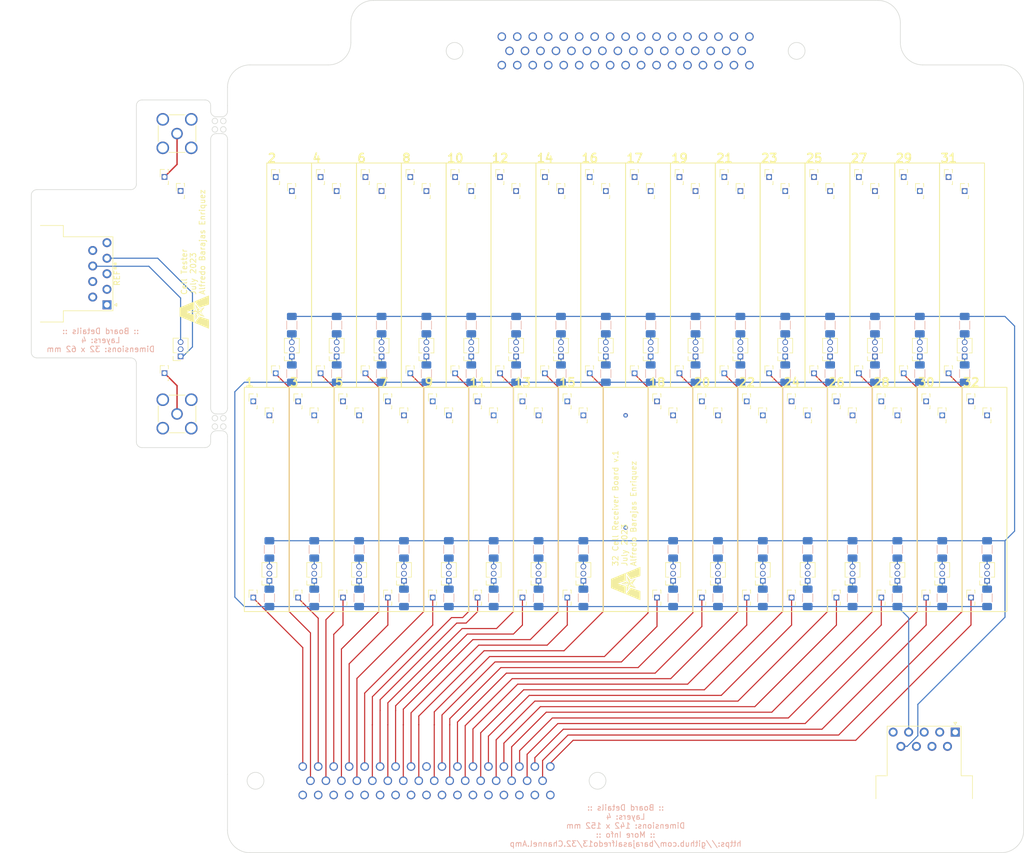
<source format=kicad_pcb>
(kicad_pcb (version 20221018) (generator pcbnew)
  (layers (0 "F.Cu" signal) (1 "In1.Cu" signal) (2 "In2.Cu" signal) (3 "In3.Cu" signal) (4 "In4.Cu" signal) (5 "In5.Cu" signal) (6 "In6.Cu" signal) (31 "B.Cu" signal) (34 "B.Paste" user) (35 "F.Paste" user) (36 "B.SilkS" user "B.Silkscreen") (37 "F.SilkS" user "F.Silkscreen") (38 "B.Mask" user) (39 "F.Mask" user) (44 "Edge.Cuts" user))
  (net 0 "")
  (net 1 "GND")
  (net 2 "GND1")
  (net 3 "+12")
  (net 4 "-12")
  (footprint "Connector_PinSocket_1.27mm:PinSocket_1x01_P1.27mm_Vertical" (layer "F.Cu") (at 213.6 122.5 90)
    (fp_text reference "REF**40" hide)
    (fp_text value "PinSocket_1x01_P1.27mm_Vertical" hide)
  )
  (footprint "MountingHole:MountingHole_2.1mm" (layer "F.Cu") (at 240 60)
    (fp_text reference "REF**" hide)
    (fp_text value "MountingHole_2.1mm" hide)
  )
  (footprint "Connector_PinSocket_1.27mm:PinSocket_1x01_P1.27mm_Vertical" (layer "F.Cu") (at 149.6 157.5 90)
    (fp_text reference "REF**5" hide)
    (fp_text value "PinSocket_1x01_P1.27mm_Vertical" hide)
  )
  (footprint "Connector_PinSocket_1.27mm:PinSocket_1x01_P1.27mm_Vertical" (layer "F.Cu") (at 153.6 117.5 90)
    (fp_text reference "REF**73" hide)
    (fp_text value "PinSocket_1x01_P1.27mm_Vertical" hide)
  )
  (footprint "Connector_PinSocket_1.27mm:PinSocket_1x01_P1.27mm_Vertical" (layer "F.Cu") (at 221.6 122.5 90)
    (fp_text reference "REF**44" hide)
    (fp_text value "PinSocket_1x01_P1.27mm_Vertical" hide)
  )
  (footprint "Connector_PinSocket_1.27mm:PinSocket_1x01_P1.27mm_Vertical" (layer "F.Cu") (at 168.47 125 90)
    (fp_text reference "REF**15" hide)
    (fp_text value "PinSocket_1x01_P1.27mm_Vertical" hide)
  )
  (footprint "Connector_PinSocket_1.27mm:PinSocket_1x01_P1.27mm_Vertical" (layer "F.Cu") (at 244.47 85 90)
    (fp_text reference "REF**119" hide)
    (fp_text value "PinSocket_1x01_P1.27mm_Vertical" hide)
  )
  (footprint "Connector_PinSocket_1.27mm:PinSocket_1x01_P1.27mm_Vertical" (layer "F.Cu") (at 261.6 157.5 90)
    (fp_text reference "REF**61" hide)
    (fp_text value "PinSocket_1x01_P1.27mm_Vertical" hide)
  )
  (footprint "Connector_PinSocket_1.27mm:PinSocket_1x01_P1.27mm_Vertical" (layer "F.Cu") (at 192.47 125 90)
    (fp_text reference "REF**27" hide)
    (fp_text value "PinSocket_1x01_P1.27mm_Vertical" hide)
  )
  (footprint "Connector_PinSocket_1.27mm:PinSocket_1x01_P1.27mm_Vertical" (layer "F.Cu") (at 196.47 85 90)
    (fp_text reference "REF**95" hide)
    (fp_text value "PinSocket_1x01_P1.27mm_Vertical" hide)
  )
  (footprint "Connector_PinSocket_1.27mm:PinSocket_1x03_P1.27mm_Vertical" (layer "F.Cu") (at 212.47 114.5 180)
    (fp_text reference "REF**102" hide)
    (fp_text value "PinSocket_1x03_P1.27mm_Vertical" hide)
  )
  (footprint "1.Logos:UTA" (layer "F.Cu") (at 200 155 90)
    (fp_text reference "G***" hide)
    (fp_text value "LOGO" hide)
  )
  (footprint "Connector_PinSocket_1.27mm:PinSocket_1x01_P1.27mm_Vertical" (layer "F.Cu") (at 217.6 82.5 90)
    (fp_text reference "REF**108" hide)
    (fp_text value "PinSocket_1x01_P1.27mm_Vertical" hide)
  )
  (footprint "Connector_Dsub:DSUB-9_Female_Horizontal_P2.77x2.54mm_EdgePinOffset9.40mm" (layer "F.Cu") (at 258.79 181.5)
    (fp_text reference "REF**" hide)
    (fp_text value "DSUB-9_Female_Horizontal_P2.77x2.54mm_EdgePinOffset9.40mm" hide)
  )
  (footprint "MountingHole:MountingHole_2.1mm" (layer "F.Cu") (at 136 168.683 180)
    (fp_text reference "REF**" hide)
    (fp_text value "MountingHole_2.1mm" hide)
  )
  (footprint "Connector_PinSocket_1.27mm:PinSocket_1x03_P1.27mm_Vertical" (layer "F.Cu") (at 224.47 154.5 180)
    (fp_text reference "REF**42" hide)
    (fp_text value "PinSocket_1x03_P1.27mm_Vertical" hide)
  )
  (footprint "Connector_PinSocket_1.27mm:PinSocket_1x01_P1.27mm_Vertical" (layer "F.Cu") (at 224.47 125 90)
    (fp_text reference "REF**43" hide)
    (fp_text value "PinSocket_1x01_P1.27mm_Vertical" hide)
  )
  (footprint "Connector_PinSocket_1.27mm:PinSocket_1x01_P1.27mm_Vertical" (layer "F.Cu") (at 177.6 117.5 90)
    (fp_text reference "REF**85" hide)
    (fp_text value "PinSocket_1x01_P1.27mm_Vertical" hide)
  )
  (footprint "Connector_PinSocket_1.27mm:PinSocket_1x01_P1.27mm_Vertical" (layer "F.Cu") (at 253.6 122.5 90)
    (fp_text reference "REF**60" hide)
    (fp_text value "PinSocket_1x01_P1.27mm_Vertical" hide)
  )
  (footprint "Connector_PinSocket_1.27mm:PinSocket_1x01_P1.27mm_Vertical" (layer "F.Cu") (at 144.47 125 90)
    (fp_text reference "REF**3" hide)
    (fp_text value "PinSocket_1x01_P1.27mm_Vertical" hide)
  )
  (footprint "Connector_PinSocket_1.27mm:PinSocket_1x03_P1.27mm_Vertical" (layer "F.Cu") (at 240.47 154.5 180)
    (fp_text reference "REF**50" hide)
    (fp_text value "PinSocket_1x03_P1.27mm_Vertical" hide)
  )
  (footprint "Connector_PinSocket_1.27mm:PinSocket_1x01_P1.27mm_Vertical" (layer "F.Cu") (at 189.6 157.5 90)
    (fp_text reference "REF**25" hide)
    (fp_text value "PinSocket_1x01_P1.27mm_Vertical" hide)
  )
  (footprint "Connector_PinSocket_1.27mm:PinSocket_1x01_P1.27mm_Vertical" (layer "F.Cu") (at 209.6 82.5 90)
    (fp_text reference "REF**104" hide)
    (fp_text value "PinSocket_1x01_P1.27mm_Vertical" hide)
  )
  (footprint "Connector_PinSocket_1.27mm:PinSocket_1x03_P1.27mm_Vertical" (layer "F.Cu") (at 192.47 154.5 180)
    (fp_text reference "REF**26" hide)
    (fp_text value "PinSocket_1x03_P1.27mm_Vertical" hide)
  )
  (footprint "Connector_PinSocket_1.27mm:PinSocket_1x01_P1.27mm_Vertical" (layer "F.Cu") (at 221.6 157.5 90)
    (fp_text reference "REF**41" hide)
    (fp_text value "PinSocket_1x01_P1.27mm_Vertical" hide)
  )
  (footprint "Connector_PinSocket_1.27mm:PinSocket_1x01_P1.27mm_Vertical" (layer "F.Cu") (at 176.47 125 90)
    (fp_text reference "REF**19" hide)
    (fp_text value "PinSocket_1x01_P1.27mm_Vertical" hide)
  )
  (footprint "MountingHole:MountingHole_2.1mm" (layer "F.Cu") (at 264 168.683 180)
    (fp_text reference "REF**" hide)
    (fp_text value "MountingHole_2.1mm" hide)
  )
  (footprint "Connector_PinSocket_1.27mm:PinSocket_1x01_P1.27mm_Vertical" (layer "F.Cu") (at 161.6 82.5 90)
    (fp_text reference "REF**80" hide)
    (fp_text value "PinSocket_1x01_P1.27mm_Vertical" hide)
  )
  (footprint "Connector_PinSocket_1.27mm:PinSocket_1x01_P1.27mm_Vertical" (layer "F.Cu") (at 216.47 125 90)
    (fp_text reference "REF**39" hide)
    (fp_text value "PinSocket_1x01_P1.27mm_Vertical" hide)
  )
  (footprint "Connector_PinSocket_1.27mm:PinSocket_1x01_P1.27mm_Vertical" (layer "F.Cu") (at 213.6 157.5 90)
    (fp_text reference "REF**37" hide)
    (fp_text value "PinSocket_1x01_P1.27mm_Vertical" hide)
  )
  (footprint "Connector_PinSocket_1.27mm:PinSocket_1x01_P1.27mm_Vertical" (layer "F.Cu") (at 252.47 85 90)
    (fp_text reference "REF**123" hide)
    (fp_text value "PinSocket_1x01_P1.27mm_Vertical" hide)
  )
  (footprint "Connector_PinSocket_1.27mm:PinSocket_1x01_P1.27mm_Vertical" (layer "F.Cu") (at 232.47 125 90)
    (fp_text reference "REF**47" hide)
    (fp_text value "PinSocket_1x01_P1.27mm_Vertical" hide)
  )
  (footprint "Connector_PinSocket_1.27mm:PinSocket_1x01_P1.27mm_Vertical" (layer "F.Cu") (at 185.6 82.5 90)
    (fp_text reference "REF**92" hide)
    (fp_text value "PinSocket_1x01_P1.27mm_Vertical" hide)
  )
  (footprint "Connector_PinSocket_1.27mm:PinSocket_1x01_P1.27mm_Vertical" (layer "F.Cu") (at 205.6 122.5 90)
    (fp_text reference "REF**36" hide)
    (fp_text value "PinSocket_1x01_P1.27mm_Vertical" hide)
  )
  (footprint "Connector_PinSocket_1.27mm:PinSocket_1x01_P1.27mm_Vertical" (layer "F.Cu") (at 245.6 157.5 90)
    (fp_text reference "REF**53" hide)
    (fp_text value "PinSocket_1x01_P1.27mm_Vertical" hide)
  )
  (footprint "Connector_PinSocket_1.27mm:PinSocket_1x01_P1.27mm_Vertical" (layer "F.Cu") (at 233.6 82.5 90)
    (fp_text reference "REF**116" hide)
    (fp_text value "PinSocket_1x01_P1.27mm_Vertical" hide)
  )
  (footprint "Connector_PinSocket_1.27mm:PinSocket_1x03_P1.27mm_Vertical" (layer "F.Cu") (at 220.47 114.5 180)
    (fp_text reference "REF**106" hide)
    (fp_text value "PinSocket_1x03_P1.27mm_Vertical" hide)
  )
  (footprint "Connector_PinSocket_1.27mm:PinSocket_1x01_P1.27mm_Vertical" (layer "F.Cu") (at 193.6 82.5 90)
    (fp_text reference "REF**96" hide)
    (fp_text value "PinSocket_1x01_P1.27mm_Vertical" hide)
  )
  (footprint "Connector_PinSocket_1.27mm:PinSocket_1x03_P1.27mm_Vertical" (layer "F.Cu") (at 164.47 114.5 180)
    (fp_text reference "REF**78" hide)
    (fp_text value "PinSocket_1x03_P1.27mm_Vertical" hide)
  )
  (footprint "Connector_PinSocket_1.27mm:PinSocket_1x01_P1.27mm_Vertical" (layer "F.Cu") (at 217.6 117.5 90)
    (fp_text reference "REF**105" hide)
    (fp_text value "PinSocket_1x01_P1.27mm_Vertical" hide)
  )
  (footprint "Connector_PinSocket_1.27mm:PinSocket_1x01_P1.27mm_Vertical" (layer "F.Cu") (at 133.6 157.5 90)
    (fp_text reference "REF**" hide)
    (fp_text value "PinSocket_1x01_P1.27mm_Vertical" hide)
  )
  (footprint "Connector_PinSocket_1.27mm:PinSocket_1x01_P1.27mm_Vertical" (layer "F.Cu") (at 212.47 85 90)
    (fp_text reference "REF**103" hide)
    (fp_text value "PinSocket_1x01_P1.27mm_Vertical" hide)
  )
  (footprint "Connector_PinSocket_1.27mm:PinSocket_1x01_P1.27mm_Vertical" (layer "F.Cu") (at 149.6 122.5 90)
    (fp_text reference "REF**8" hide)
    (fp_text value "PinSocket_1x01_P1.27mm_Vertical" hide)
  )
  (footprint "Connector_PinSocket_1.27mm:PinSocket_1x01_P1.27mm_Vertical" (layer "F.Cu") (at 136.47 125 90)
    (fp_text reference "REF**" hide)
    (fp_text value "PinSocket_1x01_P1.27mm_Vertical" hide)
  )
  (footprint "Connector_PinSocket_1.27mm:PinSocket_1x01_P1.27mm_Vertical" (layer "F.Cu") (at 256.47 125 90)
    (fp_text reference "REF**59" hide)
    (fp_text value "PinSocket_1x01_P1.27mm_Vertical" hide)
  )
  (footprint "Connector_PinSocket_1.27mm:PinSocket_1x01_P1.27mm_Vertical" (layer "F.Cu") (at 188.47 85 90)
    (fp_text reference "REF**91" hide)
    (fp_text value "PinSocket_1x01_P1.27mm_Vertical" hide)
  )
  (footprint "Connector_PinSocket_1.27mm:PinSocket_1x01_P1.27mm_Vertical" (layer "F.Cu") (at 220.47 85 90)
    (fp_text reference "REF**107" hide)
    (fp_text value "PinSocket_1x01_P1.27mm_Vertical" hide)
  )
  (footprint "MountingHole:MountingHole_2.1mm" (layer "F.Cu") (at 160 60)
    (fp_text reference "REF**" hide)
    (fp_text value "MountingHole_2.1mm" hide)
  )
  (footprint "Connector_PinSocket_1.27mm:PinSocket_1x01_P1.27mm_Vertical" (layer "F.Cu") (at 157.6 157.5 90)
    (fp_text reference "REF**9" hide)
    (fp_text value "PinSocket_1x01_P1.27mm_Vertical" hide)
  )
  (footprint "Connector_PinSocket_1.27mm:PinSocket_1x01_P1.27mm_Vertical" (layer "F.Cu") (at 133.6 122.5 90)
    (fp_text reference "REF**" hide)
    (fp_text value "PinSocket_1x01_P1.27mm_Vertical" hide)
  )
  (footprint "Connector_PinSocket_1.27mm:PinSocket_1x01_P1.27mm_Vertical" (layer "F.Cu") (at 160.47 125 90)
    (fp_text reference "REF**11" hide)
    (fp_text value "PinSocket_1x01_P1.27mm_Vertical" hide)
  )
  (footprint "Connector_PinSocket_1.27mm:PinSocket_1x03_P1.27mm_Vertical" (layer "F.Cu") (at 232.47 154.5 180)
    (fp_text reference "REF**46" hide)
    (fp_text value "PinSocket_1x03_P1.27mm_Vertical" hide)
  )
  (footprint "Connector_PinSocket_1.27mm:PinSocket_1x01_P1.27mm_Vertical" (layer "F.Cu") (at 236.47 85 90)
    (fp_text reference "REF**115" hide)
    (fp_text value "PinSocket_1x01_P1.27mm_Vertical" hide)
  )
  (footprint "Connector_PinSocket_1.27mm:PinSocket_1x01_P1.27mm_Vertical" (layer "F.Cu") (at 241.6 82.5 90)
    (fp_text reference "REF**120" hide)
    (fp_text value "PinSocket_1x01_P1.27mm_Vertical" hide)
  )
  (footprint "Connector_PinSocket_1.27mm:PinSocket_1x01_P1.27mm_Vertical" (layer "F.Cu") (at 261.6 122.5 90)
    (fp_text reference "REF**64" hide)
    (fp_text value "PinSocket_1x01_P1.27mm_Vertical" hide)
  )
  (footprint "Connector_PinSocket_1.27mm:PinSocket_1x01_P1.27mm_Vertical" (layer "F.Cu") (at 145.6 117.5 90)
    (fp_text reference "REF**69" hide)
    (fp_text value "PinSocket_1x01_P1.27mm_Vertical" hide)
  )
  (footprint "Connector_PinSocket_1.27mm:PinSocket_1x01_P1.27mm_Vertical" (layer "F.Cu") (at 201.6 82.5 90)
    (fp_text reference "REF**100" hide)
    (fp_text value "PinSocket_1x01_P1.27mm_Vertical" hide)
  )
  (footprint "Connector_PinSocket_1.27mm:PinSocket_1x01_P1.27mm_Vertical" (layer "F.Cu") (at 249.6 82.5 90)
    (fp_text reference "REF**124" hide)
    (fp_text value "PinSocket_1x01_P1.27mm_Vertical" hide)
  )
  (footprint "Connector_PinSocket_1.27mm:PinSocket_1x01_P1.27mm_Vertical" (layer "F.Cu") (at 157.6 122.5 90)
    (fp_text reference "REF**12" hide)
    (fp_text value "PinSocket_1x01_P1.27mm_Vertical" hide)
  )
  (footprint "Connector_PinSocket_1.27mm:PinSocket_1x03_P1.27mm_Vertical" (layer "F.Cu") (at 160.47 154.5 180)
    (fp_text reference "REF**10" hide)
    (fp_text value "PinSocket_1x03_P1.27mm_Vertical" hide)
  )
  (footprint "Connector_PinSocket_1.27mm:PinSocket_1x01_P1.27mm_Vertical" (layer "F.Cu") (at 253.6 157.5 90)
    (fp_text reference "REF**57" hide)
    (fp_text value "PinSocket_1x01_P1.27mm_Vertical" hide)
  )
  (footprint "Connector_PinSocket_1.27mm:PinSocket_1x01_P1.27mm_Vertical" (layer "F.Cu") (at 229.6 122.5 90)
    (fp_text reference "REF**48" hide)
    (fp_text value "PinSocket_1x01_P1.27mm_Vertical" hide)
  )
  (footprint "Connector_PinSocket_1.27mm:PinSocket_1x03_P1.27mm_Vertical" (layer "F.Cu") (at 256.47 154.5 180)
    (fp_text reference "REF**58" hide)
    (fp_text value "PinSocket_1x03_P1.27mm_Vertical" hide)
  )
  (footprint "Connector_PinSocket_1.27mm:PinSocket_1x01_P1.27mm_Vertical" (layer "F.Cu") (at 152.47 125 90)
    (fp_text reference "REF**7" hide)
    (fp_text value "PinSocket_1x01_P1.27mm_Vertical" hide)
  )
  (footprint "Connector_PinSocket_1.27mm:PinSocket_1x01_P1.27mm_Vertical" (layer "F.Cu") (at 201.6 117.5 90)
    (fp_text reference "REF**97" hide)
    (fp_text value "PinSocket_1x01_P1.27mm_Vertical" hide)
  )
  (footprint "Connector_PinSocket_1.27mm:PinSocket_1x03_P1.27mm_Vertical" (layer "F.Cu") (at 204.47 114.5 180)
    (fp_text reference "REF**98" hide)
    (fp_text value "PinSocket_1x03_P1.27mm_Vertical" hide)
  )
  (footprint "Connector_PinSocket_1.27mm:PinSocket_1x01_P1.27mm_Vertical" (layer "F.Cu") (at 137.6 82.5 90)
    (fp_text reference "REF**68" hide)
    (fp_text value "PinSocket_1x01_P1.27mm_Vertical" hide)
  )
  (footprint "Connector_PinSocket_1.27mm:PinSocket_1x01_P1.27mm_Vertical" (layer "F.Cu") (at 185.6 117.5 90)
    (fp_text reference "REF**89" hide)
    (fp_text value "PinSocket_1x01_P1.27mm_Vertical" hide)
  )
  (footprint "Connector_PinSocket_1.27mm:PinSocket_1x01_P1.27mm_Vertical" (layer "F.Cu") (at 117.765 117.4755 90)
    (fp_text reference "REF**" hide)
    (fp_text value "PinSocket_1x01_P1.27mm_Vertical" hide)
  )
  (footprint "Connector_PinSocket_1.27mm:PinSocket_1x01_P1.27mm_Vertical" (layer "F.Cu") (at 184.47 125 90)
    (fp_text reference "REF**23" hide)
    (fp_text value "PinSocket_1x01_P1.27mm_Vertical" hide)
  )
  (footprint "Connector_PinSocket_1.27mm:PinSocket_1x01_P1.27mm_Vertical" (layer "F.Cu") (at 141.6 157.5 90)
    (fp_text reference "REF**1" hide)
    (fp_text value "PinSocket_1x01_P1.27mm_Vertical" hide)
  )
  (footprint "Connector_PinSocket_1.27mm:PinSocket_1x01_P1.27mm_Vertical" (layer "F.Cu") (at 225.6 117.5 90)
    (fp_text reference "REF**109" hide)
    (fp_text value "PinSocket_1x01_P1.27mm_Vertical" hide)
  )
  (footprint "MountingHole:MountingHole_2.1mm" (layer "F.Cu") (at 220 193 -90)
    (fp_text reference "REF**" hide)
    (fp_text value "MountingHole_2.1mm" hide)
  )
  (footprint "" (layer "F.Cu") (at 136 168.683 180)
    (fp_text reference "")
    (fp_text value "")
  )
  (footprint "Connector_PinSocket_1.27mm:PinSocket_1x03_P1.27mm_Vertical" (layer "F.Cu") (at 176.47 154.5 180)
    (fp_text reference "REF**18" hide)
    (fp_text value "PinSocket_1x03_P1.27mm_Vertical" hide)
  )
  (footprint "Connector_PinSocket_1.27mm:PinSocket_1x03_P1.27mm_Vertical" (layer "F.Cu") (at 196.47 114.5 180)
    (fp_text reference "REF**94" hide)
    (fp_text value "PinSocket_1x03_P1.27mm_Vertical" hide)
  )
  (footprint "Connector_PinSocket_1.27mm:PinSocket_1x01_P1.27mm_Vertical" (layer "F.Cu") (at 249.6 117.5 90)
    (fp_text reference "REF**121" hide)
    (fp_text value "PinSocket_1x01_P1.27mm_Vertical" hide)
  )
  (footprint "Connector_PinSocket_1.27mm:PinSocket_1x03_P1.27mm_Vertical" (layer "F.Cu") (at 216.47 154.5 180)
    (fp_text reference "REF**38" hide)
    (fp_text value "PinSocket_1x03_P1.27mm_Vertical" hide)
  )
  (footprint "Connector_PinSocket_1.27mm:PinSocket_1x03_P1.27mm_Vertical" (layer "F.Cu") (at 136.47 154.5 180)
    (fp_text reference "REF**" hide)
    (fp_text value "PinSocket_1x03_P1.27mm_Vertical" hide)
  )
  (footprint "Connector_PinSocket_1.27mm:PinSocket_1x01_P1.27mm_Vertical" (layer "F.Cu") (at 177.6 82.5 90)
    (fp_text reference "REF**88" hide)
    (fp_text value "PinSocket_1x01_P1.27mm_Vertical" hide)
  )
  (footprint "Connector_Coaxial:SMA_Amphenol_901-144_Vertical" (layer "F.Cu") (at 120 74.751)
    (fp_text reference "J5" hide)
    (fp_text value "Conn_Coaxial_Out" hide)
  )
  (footprint "Connector_PinSocket_1.27mm:PinSocket_1x01_P1.27mm_Vertical" (layer "F.Cu") (at 165.6 122.5 90)
    (fp_text reference "REF**16" hide)
    (fp_text value "PinSocket_1x01_P1.27mm_Vertical" hide)
  )
  (footprint "Connector_PinSocket_1.27mm:PinSocket_1x03_P1.27mm_Vertical" (layer "F.Cu") (at 168.47 154.5 180)
    (fp_text reference "REF**14" hide)
    (fp_text value "PinSocket_1x03_P1.27mm_Vertical" hide)
  )
  (footprint "Connector_PinSocket_1.27mm:PinSocket_1x03_P1.27mm_Vertical" (layer "F.Cu") (at 260.47 114.5 180)
    (fp_text reference "REF**126" hide)
    (fp_text value "PinSocket_1x03_P1.27mm_Vertical" hide)
  )
  (footprint "Connector_PinSocket_1.27mm:PinSocket_1x01_P1.27mm_Vertical" (layer "F.Cu") (at 165.6 157.5 90)
    (fp_text reference "REF**13" hide)
    (fp_text value "PinSocket_1x01_P1.27mm_Vertical" hide)
  )
  (footprint "Connector_PinSocket_1.27mm:PinSocket_1x01_P1.27mm_Vertical" (layer "F.Cu") (at 140.47 85 90)
    (fp_text reference "REF**67" hide)
    (fp_text value "PinSocket_1x01_P1.27mm_Vertical" hide)
  )
  (footprint "Connector_PinSocket_1.27mm:PinSocket_1x03_P1.27mm_Vertical" (layer "F.Cu") (at 188.47 114.5 180)
    (fp_text reference "REF**90" hide)
    (fp_text value "PinSocket_1x03_P1.27mm_Vertical" hide)
  )
  (footprint "Connector_PinSocket_1.27mm:PinSocket_1x01_P1.27mm_Vertical" (layer "F.Cu") (at 240.47 125 90)
    (fp_text reference "REF**51" hide)
    (fp_text value "PinSocket_1x01_P1.27mm_Vertical" hide)
  )
  (footprint "Connector_PinSocket_1.27mm:PinSocket_1x01_P1.27mm_Vertical" (layer "F.Cu") (at 145.6 82.5 90)
    (fp_text reference "REF**72" hide)
    (fp_text value "PinSocket_1x01_P1.27mm_Vertical" hide)
  )
  (footprint "MountingHole:MountingHole_2.1mm" (layer "F.Cu") (at 200 135)
    (fp_text reference "REF**" hide)
    (fp_text value "MountingHole_2.1mm" hide)
  )
  (footprint "Connector_PinSocket_1.27mm:PinSocket_1x01_P1.27mm_Vertical" (layer "F.Cu") (at 237.6 157.5 90)
    (fp_text reference "REF**49" hide)
    (fp_text value "PinSocket_1x01_P1.27mm_Vertical" hide)
  )
  (footprint "Connector_PinSocket_1.27mm:PinSocket_1x03_P1.27mm_Vertical" (layer "F.Cu") (at 244.47 114.5 180)
    (fp_text reference "REF**118" hide)
    (fp_text value "PinSocket_1x03_P1.27mm_Vertical" hide)
  )
  (footprint "Connector_PinSocket_1.27mm:PinSocket_1x01_P1.27mm_Vertical" (layer "F.Cu") (at 161.6 117.5 90)
    (fp_text reference "REF**77" hide)
    (fp_text value "PinSocket_1x01_P1.27mm_Vertical" hide)
  )
  (footprint "Connector_PinSocket_1.27mm:PinSocket_1x01_P1.27mm_Vertical" (layer "F.Cu") (at 193.6 117.5 90)
    (fp_text reference "REF**93" hide)
    (fp_text value "PinSocket_1x01_P1.27mm_Vertical" hide)
  )
  (footprint "Connector_PinSocket_1.27mm:PinSocket_1x01_P1.27mm_Vertical" (layer "F.Cu") (at 204.47 85 90)
    (fp_text reference "REF**99" hide)
    (fp_text value "PinSocket_1x01_P1.27mm_Vertical" hide)
  )
  (footprint "Connector_PinSocket_1.27mm:PinSocket_1x01_P1.27mm_Vertical" (layer "F.Cu") (at 169.6 82.5 90)
    (fp_text reference "REF**84" hide)
    (fp_text value "PinSocket_1x01_P1.27mm_Vertical" hide)
  )
  (footprint "Connector_PinSocket_1.27mm:PinSocket_1x03_P1.27mm_Vertical" (layer "F.Cu") (at 172.47 114.5 180)
    (fp_text reference "REF**82" hide)
    (fp_text value "PinSocket_1x03_P1.27mm_Vertical" hide)
  )
  (footprint "Connector_PinSocket_1.27mm:PinSocket_1x03_P1.27mm_Vertical" (layer "F.Cu") (at 120.635 114.4755 180)
    (fp_text reference "REF**" hide)
    (fp_text value "PinSocket_1x03_P1.27mm_Vertical" hide)
  )
  (footprint "Connector_PinSocket_1.27mm:PinSocket_1x01_P1.27mm_Vertical" (layer "F.Cu") (at 181.6 157.5 90)
    (fp_text reference "REF**21" hide)
    (fp_text value "PinSocket_1x01_P1.27mm_Vertical" hide)
  )
  (footprint "Connector_PinSocket_1.27mm:PinSocket_1x03_P1.27mm_Vertical" (layer "F.Cu") (at 152.47 154.5 180)
    (fp_text reference "REF**6" hide)
    (fp_text value "PinSocket_1x03_P1.27mm_Vertical" hide)
  )
  (footprint "Connector_PinSocket_1.27mm:PinSocket_1x01_P1.27mm_Vertical" (layer "F.Cu") (at 260.47 85 90)
    (fp_text reference "REF**127" hide)
    (fp_text value "PinSocket_1x01_P1.27mm_Vertical" hide)
  )
  (footprint "Connector_PinSocket_1.27mm:PinSocket_1x03_P1.27mm_Vertical" (layer "F.Cu") (at 184.47 154.5 180)
    (fp_text reference "REF**22" hide)
    (fp_text value "PinSocket_1x03_P1.27mm_Vertical" hide)
  )
  (footprint "Connector_PinSocket_1.27mm:PinSocket_1x03_P1.27mm_Vertical" (layer "F.Cu") (at 180.47 114.5 180)
    (fp_text reference "REF**86" hide)
    (fp_text value "PinSocket_1x03_P1.27mm_Vertical" hide)
  )
  (footprint "Connector_PinSocket_1.27mm:PinSocket_1x01_P1.27mm_Vertical" (layer "F.Cu") (at 180.47 85 90)
    (fp_text reference "REF**87" hide)
    (fp_text value "PinSocket_1x01_P1.27mm_Vertical" hide)
  )
  (footprint "Connector_PinSocket_1.27mm:PinSocket_1x03_P1.27mm_Vertical" (layer "F.Cu") (at 264.47 154.5 180)
    (fp_text reference "REF**62" hide)
    (fp_text value "PinSocket_1x03_P1.27mm_Vertical" hide)
  )
  (footprint "Connector_PinSocket_1.27mm:PinSocket_1x03_P1.27mm_Vertical" (layer "F.Cu") (at 252.47 114.5 180)
    (fp_text reference "REF**122" hide)
    (fp_text value "PinSocket_1x03_P1.27mm_Vertical" hide)
  )
  (footprint "Connector_PinSocket_1.27mm:PinSocket_1x01_P1.27mm_Vertical" (layer "F.Cu") (at 148.47 85 90)
    (fp_text reference "REF**71" hide)
    (fp_text value "PinSocket_1x01_P1.27mm_Vertical" hide)
  )
  (footprint "Connector_PinSocket_1.27mm:PinSocket_1x01_P1.27mm_Vertical" (layer "F.Cu") (at 137.6 117.5 90)
    (fp_text reference "REF**65" hide)
    (fp_text value "PinSocket_1x01_P1.27mm_Vertical" hide)
  )
  (footprint "Connector_PinSocket_1.27mm:PinSocket_1x03_P1.27mm_Vertical" (layer "F.Cu") (at 144.47 154.5 180)
    (fp_text reference "REF**2" hide)
    (fp_text value "PinSocket_1x03_P1.27mm_Vertical" hide)
  )
  (footprint "Connector_PinSocket_1.27mm:PinSocket_1x03_P1.27mm_Vertical" (layer "F.Cu") (at 156.47 114.5 180)
    (fp_text reference "REF**74" hide)
    (fp_text value "PinSocket_1x03_P1.27mm_Vertical" hide)
  )
  (footprint "Connector_PinSocket_1.27mm:PinSocket_1x03_P1.27mm_Vertical" (layer "F.Cu") (at 236.47 114.5 180)
    (fp_text reference "REF**114" hide)
    (fp_text value "PinSocket_1x03_P1.27mm_Vertical" hide)
  )
  (footprint "Connector_PinSocket_1.27mm:PinSocket_1x01_P1.27mm_Vertical" (layer "F.Cu") (at 172.47 85 90)
    (fp_text reference "REF**83" hide)
    (fp_text value "PinSocket_1x01_P1.27mm_Vertical" hide)
  )
  (footprint "Connector_PinSocket_1.27mm:PinSocket_1x01_P1.27mm_Vertical" (layer "F.Cu") (at 225.6 82.5 90)
    (fp_text reference "REF**112" hide)
    (fp_text value "PinSocket_1x01_P1.27mm_Vertical" hide)
  )
  (footprint "Connector_PinSocket_1.27mm:PinSocket_1x01_P1.27mm_Vertical" (layer "F.Cu") (at 257.6 117.5 90)
    (fp_text reference "REF**125" hide)
    (fp_text value "PinSocket_1x01_P1.27mm_Vertical" hide)
  )
  (footprint "Connector_PinSocket_1.27mm:PinSocket_1x03_P1.27mm_Vertical" (layer "F.Cu") (at 148.47 114.5 180)
    (fp_text reference "REF**70" hide)
    (fp_text value "PinSocket_1x03_P1.27mm_Vertical" hide)
  )
  (footprint "Connector_PinSocket_1.27mm:PinSocket_1x01_P1.27mm_Vertical" (layer "F.Cu") (at 173.6 157.5 90)
    (fp_text reference "REF**17" hide)
    (fp_text value "PinSocket_1x01_P1.27mm_Vertical" hide)
  )
  (footprint "" (layer "F.Cu") (at 240 60)
    (fp_text reference "")
    (fp_text value "")
  )
  (footprint "Connector_PinSocket_1.27mm:PinSocket_1x01_P1.27mm_Vertical" (layer "F.Cu") (at 181.6 122.5 90)
    (fp_text reference "REF**24" hide)
    (fp_text value "PinSocket_1x01_P1.27mm_Vertical" hide)
  )
  (footprint "Connector_PinSocket_1.27mm:PinSocket_1x01_P1.27mm_Vertical" (layer "F.Cu") (at 156.47 85 90)
    (fp_text reference "REF**75" hide)
    (fp_text value "PinSocket_1x01_P1.27mm_Vertical" hide)
  )
  (footprint "Connector_PinSocket_1.27mm:PinSocket_1x01_P1.27mm_Vertical" (layer "F.Cu") (at 233.6 117.5 90)
    (fp_text reference "REF**113" hide)
    (fp_text value "PinSocket_1x01_P1.27mm_Vertical" hide)
  )
  (footprint "Connector_PinSocket_1.27mm:PinSocket_1x01_P1.27mm_Vertical" (layer "F.Cu") (at 248.47 125 90)
    (fp_text reference "REF**55" hide)
    (fp_text value "PinSocket_1x01_P1.27mm_Vertical" hide)
  )
  (footprint "1.Logos:UTA" (layer "F.Cu") (at 123.070439 106.586547 90)
    (fp_text reference "G***" hide)
    (fp_text value "LOGO" hide)
  )
  (footprint "Connector_PinSocket_1.27mm:PinSocket_1x01_P1.27mm_Vertical" (layer "F.Cu") (at 164.47 85 90)
    (fp_text reference "REF**79" hide)
    (fp_text value "PinSocket_1x01_P1.27mm_Vertical" hide)
  )
  (footprint "Connector_PinSocket_1.27mm:PinSocket_1x03_P1.27mm_Vertical" (layer "F.Cu") (at 208.47 154.5 180)
    (fp_text reference "REF**34" hide)
    (fp_text value "PinSocket_1x03_P1.27mm_Vertical" hide)
  )
  (footprint "1.Local.Library:CONN D-SUB PLUG 50POS RA SLDR" (layer "F.Cu") (at 163.114 190.171 180)
    (fp_text reference "REF**" hide)
    (fp_text value "CONN D-SUB PLUG 50POS RA SLDR" hide)
    (fp_circle (center -31.88 0) (end -30.38 0) (stroke (width 0.1)) (fill none) (layer "Edge.Cuts"))
    (fp_circle (center 29.12 0) (end 30.62 0) (stroke (width 0.1)) (fill none) (layer "Edge.Cuts"))
  )
  (footprint "Connector_PinSocket_1.27mm:PinSocket_1x01_P1.27mm_Vertical" (layer "F.Cu") (at 169.6 117.5 90)
    (fp_text reference "REF**81" hide)
    (fp_text value "PinSocket_1x01_P1.27mm_Vertical" hide)
  )
  (footprint "Connector_PinSocket_1.27mm:PinSocket_1x01_P1.27mm_Vertical" (layer "F.Cu") (at 264.47 125 90)
    (fp_text reference "REF**63" hide)
    (fp_text value "PinSocket_1x01_P1.27mm_Vertical" hide)
  )
  (footprint "Connector_PinSocket_1.27mm:PinSocket_1x01_P1.27mm_Vertical" (layer "F.Cu") (at 228.47 85 90)
    (fp_text reference "REF**111" hide)
    (fp_text value "PinSocket_1x01_P1.27mm_Vertical" hide)
  )
  (footprint "Connector_PinSocket_1.27mm:PinSocket_1x01_P1.27mm_Vertical" (layer "F.Cu") (at 189.6 122.5 90)
    (fp_text reference "REF**28" hide)
    (fp_text value "PinSocket_1x01_P1.27mm_Vertical" hide)
  )
  (footprint "Connector_PinSocket_1.27mm:PinSocket_1x01_P1.27mm_Vertical" (layer "F.Cu") (at 241.6 117.5 90)
    (fp_text reference "REF**117" hide)
    (fp_text value "PinSocket_1x01_P1.27mm_Vertical" hide)
  )
  (footprint "1.Local.Library:CONN D-SUB PLUG 50POS RA SLDR" (layer "F.Cu") (at 201.38 60)
    (fp_text reference "REF**" hide)
    (fp_text value "CONN D-SUB PLUG 50POS RA SLDR" hide)
    (fp_circle (center -31.88 0) (end -30.38 0) (stroke (width 0.1)) (fill none) (layer "Edge.Cuts"))
    (fp_circle (center 29.12 0) (end 30.62 0) (stroke (width 0.1)) (fill none) (layer "Edge.Cuts"))
  )
  (footprint "Connector_PinSocket_1.27mm:PinSocket_1x03_P1.27mm_Vertical" (layer "F.Cu") (at 140.47 114.5 180)
    (fp_text reference "REF**66" hide)
    (fp_text value "PinSocket_1x03_P1.27mm_Vertical" hide)
  )
  (footprint "Connector_PinSocket_1.27mm:PinSocket_1x01_P1.27mm_Vertical" (layer "F.Cu") (at 205.6 157.5 90)
    (fp_text reference "REF**33" hide)
    (fp_text value "PinSocket_1x01_P1.27mm_Vertical" hide)
  )
  (footprint "Connector_PinSocket_1.27mm:PinSocket_1x01_P1.27mm_Vertical" (layer "F.Cu") (at 153.6 82.5 90)
    (fp_text reference "REF**76" hide)
    (fp_text value "PinSocket_1x01_P1.27mm_Vertical" hide)
  )
  (footprint "Connector_PinSocket_1.27mm:PinSocket_1x01_P1.27mm_Vertical" (layer "F.Cu") (at 141.6 122.5 90)
    (fp_text reference "REF**4" hide)
    (fp_text value "PinSocket_1x01_P1.27mm_Vertical" hide)
  )
  (footprint "Connector_PinSocket_1.27mm:PinSocket_1x01_P1.27mm_Vertical" (layer "F.Cu") (at 120.635 84.9755 90)
    (fp_text reference "REF**" hide)
    (fp_text value "PinSocket_1x01_P1.27mm_Vertical" hide)
  )
  (footprint "Connector_PinSocket_1.27mm:PinSocket_1x01_P1.27mm_Vertical" (layer "F.Cu") (at 245.6 122.5 90)
    (fp_text reference "REF**56" hide)
    (fp_text value "PinSocket_1x01_P1.27mm_Vertical" hide)
  )
  (footprint "Connector_Coaxial:SMA_Amphenol_901-144_Vertical" (layer "F.Cu") (at 120 124.75)
    (fp_text reference "J5" hide)
    (fp_text value "Conn_Coaxial_Out" hide)
  )
  (footprint "Connector_PinSocket_1.27mm:PinSocket_1x01_P1.27mm_Vertical" (layer "F.Cu") (at 117.765 82.4755 90)
    (fp_text reference "REF**" hide)
    (fp_text value "PinSocket_1x01_P1.27mm_Vertical" hide)
  )
  (footprint "MountingHole:MountingHole_2.1mm" (layer "F.Cu") (at 264.000028 70.061972)
    (fp_text reference "REF**" hide)
    (fp_text value "MountingHole_2.1mm" hide)
  )
  (footprint "Connector_PinSocket_1.27mm:PinSocket_1x01_P1.27mm_Vertical" (layer "F.Cu") (at 209.6 117.5 90)
    (fp_text reference "REF**101" hide)
    (fp_text value "PinSocket_1x01_P1.27mm_Vertical" hide)
  )
  (footprint "Connector_PinSocket_1.27mm:PinSocket_1x01_P1.27mm_Vertical" (layer "F.Cu") (at 208.47 125 90)
    (fp_text reference "REF**35" hide)
    (fp_text value "PinSocket_1x01_P1.27mm_Vertical" hide)
  )
  (footprint "Connector_PinSocket_1.27mm:PinSocket_1x01_P1.27mm_Vertical" (layer "F.Cu") (at 229.6 157.5 90)
    (fp_text reference "REF**45" hide)
    (fp_text value "PinSocket_1x01_P1.27mm_Vertical" hide)
  )
  (footprint "Connector_PinSocket_1.27mm:PinSocket_1x03_P1.27mm_Vertical" (layer "F.Cu") (at 228.47 114.5 180)
    (fp_text reference "REF**110" hide)
    (fp_text value "PinSocket_1x03_P1.27mm_Vertical" hide)
  )
  (footprint "Connector_PinSocket_1.27mm:PinSocket_1x01_P1.27mm_Vertical" (layer "F.Cu") (at 257.6 82.5 90)
    (fp_text reference "REF**128" hide)
    (fp_text value "PinSocket_1x01_P1.27mm_Vertical" hide)
  )
  (footprint "Connector_PinSocket_1.27mm:PinSocket_1x03_P1.27mm_Vertical" (layer "F.Cu") (at 248.47 154.5 180)
    (fp_text reference "REF**54" hide)
    (fp_text value "PinSocket_1x03_P1.27mm_Vertical" hide)
  )
  (footprint "Connector_PinSocket_1.27mm:PinSocket_1x01_P1.27mm_Vertical" (layer "F.Cu") (at 237.6 122.5 90)
    (fp_text reference "REF**52" hide)
    (fp_text value "PinSocket_1x01_P1.27mm_Vertical" hide)
  )
  (footprint "" (layer "F.Cu") (at 160 60)
    (fp_text reference "")
    (fp_text value "")
  )
  (footprint "Connector_PinSocket_1.27mm:PinSocket_1x01_P1.27mm_Vertical" (layer "F.Cu") (at 173.6 122.5 90)
    (fp_text reference "REF**20" hide)
    (fp_text value "PinSocket_1x01_P1.27mm_Vertical" hide)
  )
  (footprint "Connector_Dsub:DSUB-9_Female_Horizontal_P2.77x2.54mm_EdgePinOffset9.40mm" (layer "F.Cu") (at 107.5 105.2905 -90)
    (fp_text reference "REF**")
    (fp_text value "DSUB-9_Female_Horizontal_P2.77x2.54mm_EdgePinOffset9.40mm" hide)
  )
  (footprint "MountingHole:MountingHole_2.1mm" (layer "F.Cu") (at 136 70.408)
    (fp_text reference "REF**" hide)
    (fp_text value "MountingHole_2.1mm" hide)
  )
  (footprint "Resistor_SMD:R_1206_3216Metric_Pad1.30x1.75mm_HandSolder" (layer "B.Cu") (at 260.47 108.91 90)
    (fp_text reference "REF**154" hide)
    (fp_text value "R_1206_3216Metric_Pad1.30x1.75mm_HandSolder" hide)
  )
  (footprint "Resistor_SMD:R_1206_3216Metric_Pad1.30x1.75mm_HandSolder" (layer "B.Cu") (at 144.47 148.91 90)
    (fp_text reference "REF**156" hide)
    (fp_text value "R_1206_3216Metric_Pad1.30x1.75mm_HandSolder" hide)
  )
  (footprint "Resistor_SMD:R_1206_3216Metric_Pad1.30x1.75mm_HandSolder" (layer "B.Cu") (at 216.47 157.55 -90)
    (fp_text reference "REF**173" hide)
    (fp_text value "R_1206_3216Metric_Pad1.30x1.75mm_HandSolder" hide)
  )
  (footprint "Resistor_SMD:R_1206_3216Metric_Pad1.30x1.75mm_HandSolder" (layer "B.Cu") (at 184.47 148.91 90)
    (fp_text reference "REF**166" hide)
    (fp_text value "R_1206_3216Metric_Pad1.30x1.75mm_HandSolder" hide)
  )
  (footprint "Resistor_SMD:R_1206_3216Metric_Pad1.30x1.75mm_HandSolder" (layer "B.Cu") (at 184.47 157.55 -90)
    (fp_text reference "REF**165" hide)
    (fp_text value "R_1206_3216Metric_Pad1.30x1.75mm_HandSolder" hide)
  )
  (footprint "Resistor_SMD:R_1206_3216Metric_Pad1.30x1.75mm_HandSolder" (layer "B.Cu") (at 164.47 108.91 90)
    (fp_text reference "REF**130" hide)
    (fp_text value "R_1206_3216Metric_Pad1.30x1.75mm_HandSolder" hide)
  )
  (footprint "Resistor_SMD:R_1206_3216Metric_Pad1.30x1.75mm_HandSolder" (layer "B.Cu") (at 188.47 117.55 -90)
    (fp_text reference "REF**135" hide)
    (fp_text value "R_1206_3216Metric_Pad1.30x1.75mm_HandSolder" hide)
  )
  (footprint "Resistor_SMD:R_1206_3216Metric_Pad1.30x1.75mm_HandSolder" (layer "B.Cu") (at 192.47 157.55 -90)
    (fp_text reference "REF**167" hide)
    (fp_text value "R_1206_3216Metric_Pad1.30x1.75mm_HandSolder" hide)
  )
  (footprint "Resistor_SMD:R_1206_3216Metric_Pad1.30x1.75mm_HandSolder" (layer "B.Cu") (at 244.47 108.91 90)
    (fp_text reference "REF**150" hide)
    (fp_text value "R_1206_3216Metric_Pad1.30x1.75mm_HandSolder" hide)
  )
  (footprint "Resistor_SMD:R_1206_3216Metric_Pad1.30x1.75mm_HandSolder" (layer "B.Cu") (at 180.47 117.55 -90)
    (fp_text reference "REF**133" hide)
    (fp_text value "R_1206_3216Metric_Pad1.30x1.75mm_HandSolder" hide)
  )
  (footprint "Resistor_SMD:R_1206_3216Metric_Pad1.30x1.75mm_HandSolder" (layer "B.Cu") (at 136.47 148.91 90)
    (fp_text reference "REF**188" hide)
    (fp_text value "R_1206_3216Metric_Pad1.30x1.75mm_HandSolder" hide)
  )
  (footprint "Resistor_SMD:R_1206_3216Metric_Pad1.30x1.75mm_HandSolder" (layer "B.Cu") (at 232.47 157.55 -90)
    (fp_text reference "REF**177" hide)
    (fp_text value "R_1206_3216Metric_Pad1.30x1.75mm_HandSolder" hide)
  )
  (footprint "Resistor_SMD:R_1206_3216Metric_Pad1.30x1.75mm_HandSolder" (layer "B.Cu") (at 224.47 148.91 90)
    (fp_text reference "REF**176" hide)
    (fp_text value "R_1206_3216Metric_Pad1.30x1.75mm_HandSolder" hide)
  )
  (footprint "Resistor_SMD:R_1206_3216Metric_Pad1.30x1.75mm_HandSolder" (layer "B.Cu") (at 176.47 148.91 90)
    (fp_text reference "REF**164" hide)
    (fp_text value "R_1206_3216Metric_Pad1.30x1.75mm_HandSolder" hide)
  )
  (footprint "Resistor_SMD:R_1206_3216Metric_Pad1.30x1.75mm_HandSolder" (layer "B.Cu") (at 156.47 108.91 90)
    (fp_text reference "REF**32" hide)
    (fp_text value "R_1206_3216Metric_Pad1.30x1.75mm_HandSolder" hide)
  )
  (footprint "Resistor_SMD:R_1206_3216Metric_Pad1.30x1.75mm_HandSolder" (layer "B.Cu") (at 172.47 108.91 90)
    (fp_text reference "REF**132" hide)
    (fp_text value "R_1206_3216Metric_Pad1.30x1.75mm_HandSolder" hide)
  )
  (footprint "Resistor_SMD:R_1206_3216Metric_Pad1.30x1.75mm_HandSolder" (layer "B.Cu") (at 164.47 117.55 -90)
    (fp_text reference "REF**129" hide)
    (fp_text value "R_1206_3216Metric_Pad1.30x1.75mm_HandSolder" hide)
  )
  (footprint "Resistor_SMD:R_1206_3216Metric_Pad1.30x1.75mm_HandSolder" (layer "B.Cu") (at 240.47 148.91 90)
    (fp_text reference "REF**180" hide)
    (fp_text value "R_1206_3216Metric_Pad1.30x1.75mm_HandSolder" hide)
  )
  (footprint "Resistor_SMD:R_1206_3216Metric_Pad1.30x1.75mm_HandSolder" (layer "B.Cu") (at 224.47 157.55 -90)
    (fp_text reference "REF**175" hide)
    (fp_text value "R_1206_3216Metric_Pad1.30x1.75mm_HandSolder" hide)
  )
  (footprint "Resistor_SMD:R_1206_3216Metric_Pad1.30x1.75mm_HandSolder" (layer "B.Cu") (at 264.47 148.91 90)
    (fp_text reference "REF**186" hide)
    (fp_text value "R_1206_3216Metric_Pad1.30x1.75mm_HandSolder" hide)
  )
  (footprint "Resistor_SMD:R_1206_3216Metric_Pad1.30x1.75mm_HandSolder" (layer "B.Cu") (at 140.47 108.91 90)
    (fp_text reference "REF**" hide)
    (fp_text value "R_1206_3216Metric_Pad1.30x1.75mm_HandSolder" hide)
  )
  (footprint "Resistor_SMD:R_1206_3216Metric_Pad1.30x1.75mm_HandSolder" (layer "B.Cu") (at 144.47 157.55 -90)
    (fp_text reference "REF**155" hide)
    (fp_text value "R_1206_3216Metric_Pad1.30x1.75mm_HandSolder" hide)
  )
  (footprint "Resistor_SMD:R_1206_3216Metric_Pad1.30x1.75mm_HandSolder" (layer "B.Cu") (at 260.47 117.55 -90)
    (fp_text reference "REF**153" hide)
    (fp_text value "R_1206_3216Metric_Pad1.30x1.75mm_HandSolder" hide)
  )
  (footprint "Resistor_SMD:R_1206_3216Metric_Pad1.30x1.75mm_HandSolder" (layer "B.Cu") (at 228.47 117.55 -90)
    (fp_text reference "REF**145" hide)
    (fp_text value "R_1206_3216Metric_Pad1.30x1.75mm_HandSolder" hide)
  )
  (footprint "Resistor_SMD:R_1206_3216Metric_Pad1.30x1.75mm_HandSolder" (layer "B.Cu") (at 208.47 148.91 90)
    (fp_text reference "REF**172" hide)
    (fp_text value "R_1206_3216Metric_Pad1.30x1.75mm_HandSolder" hide)
  )
  (footprint "Resistor_SMD:R_1206_3216Metric_Pad1.30x1.75mm_HandSolder" (layer "B.Cu") (at 212.47 108.91 90)
    (fp_text reference "REF**142" hide)
    (fp_text value "R_1206_3216Metric_Pad1.30x1.75mm_HandSolder" hide)
  )
  (footprint "Resistor_SMD:R_1206_3216Metric_Pad1.30x1.75mm_HandSolder" (layer "B.Cu") (at 192.47 148.91 90)
    (fp_text reference "REF**168" hide)
    (fp_text value "R_1206_3216Metric_Pad1.30x1.75mm_HandSolder" hide)
  )
  (footprint "Resistor_SMD:R_1206_3216Metric_Pad1.30x1.75mm_HandSolder" (layer "B.Cu") (at 180.47 108.91 90)
    (fp_text reference "REF**134" hide)
    (fp_text value "R_1206_3216Metric_Pad1.30x1.75mm_HandSolder" hide)
  )
  (footprint "Resistor_SMD:R_1206_3216Metric_Pad1.30x1.75mm_HandSolder" (layer "B.Cu") (at 252.47 108.91 90)
    (fp_text reference "REF**152" hide)
    (fp_text value "R_1206_3216Metric_Pad1.30x1.75mm_HandSolder" hide)
  )
  (footprint "Resistor_SMD:R_1206_3216Metric_Pad1.30x1.75mm_HandSolder" (layer "B.Cu") (at 220.47 117.55 -90)
    (fp_text reference "REF**143" hide)
    (fp_text value "R_1206_3216Metric_Pad1.30x1.75mm_HandSolder" hide)
  )
  (footprint "Resistor_SMD:R_1206_3216Metric_Pad1.30x1.75mm_HandSolder" (layer "B.Cu") (at 264.47 157.55 -90)
    (fp_text reference "REF**185" hide)
    (fp_text value "R_1206_3216Metric_Pad1.30x1.75mm_HandSolder" hide)
  )
  (footprint "Resistor_SMD:R_1206_3216Metric_Pad1.30x1.75mm_HandSolder" (layer "B.Cu") (at 140.47 117.55 -90)
    (fp_text reference "REF**" hide)
    (fp_text value "R_1206_3216Metric_Pad1.30x1.75mm_HandSolder" hide)
  )
  (footprint "Resistor_SMD:R_1206_3216Metric_Pad1.30x1.75mm_HandSolder" (layer "B.Cu") (at 168.47 157.55 -90)
    (fp_text reference "REF**161" hide)
    (fp_text value "R_1206_3216Metric_Pad1.30x1.75mm_HandSolder" hide)
  )
  (footprint "Resistor_SMD:R_1206_3216Metric_Pad1.30x1.75mm_HandSolder" (layer "B.Cu") (at 208.47 157.55 -90)
    (fp_text reference "REF**171" hide)
    (fp_text value "R_1206_3216Metric_Pad1.30x1.75mm_HandSolder" hide)
  )
  (footprint "Resistor_SMD:R_1206_3216Metric_Pad1.30x1.75mm_HandSolder" (layer "B.Cu") (at 240.47 157.55 -90)
    (fp_text reference "REF**179" hide)
    (fp_text value "R_1206_3216Metric_Pad1.30x1.75mm_HandSolder" hide)
  )
  (footprint "Resistor_SMD:R_1206_3216Metric_Pad1.30x1.75mm_HandSolder" (layer "B.Cu") (at 236.47 108.91 90)
    (fp_text reference "REF**148" hide)
    (fp_text value "R_1206_3216Metric_Pad1.30x1.75mm_HandSolder" hide)
  )
  (footprint "Resistor_SMD:R_1206_3216Metric_Pad1.30x1.75mm_HandSolder" (layer "B.Cu") (at 212.47 117.55 -90)
    (fp_text reference "REF**141" hide)
    (fp_text value "R_1206_3216Metric_Pad1.30x1.75mm_HandSolder" hide)
  )
  (footprint "Resistor_SMD:R_1206_3216Metric_Pad1.30x1.75mm_HandSolder" (layer "B.Cu") (at 196.47 117.55 -90)
    (fp_text reference "REF**137" hide)
    (fp_text value "R_1206_3216Metric_Pad1.30x1.75mm_HandSolder" hide)
  )
  (footprint "Resistor_SMD:R_1206_3216Metric_Pad1.30x1.75mm_HandSolder" (layer "B.Cu") (at 160.47 157.55 -90)
    (fp_text reference "REF**159" hide)
    (fp_text value "R_1206_3216Metric_Pad1.30x1.75mm_HandSolder" hide)
  )
  (footprint "Resistor_SMD:R_1206_3216Metric_Pad1.30x1.75mm_HandSolder" (layer "B.Cu") (at 160.47 148.91 90)
    (fp_text reference "REF**160" hide)
    (fp_text value "R_1206_3216Metric_Pad1.30x1.75mm_HandSolder" hide)
  )
  (footprint "Resistor_SMD:R_1206_3216Metric_Pad1.30x1.75mm_HandSolder" (layer "B.Cu") (at 136.47 157.55 -90)
    (fp_text reference "REF**187" hide)
    (fp_text value "R_1206_3216Metric_Pad1.30x1.75mm_HandSolder" hide)
  )
  (footprint "Resistor_SMD:R_1206_3216Metric_Pad1.30x1.75mm_HandSolder" (layer "B.Cu") (at 244.47 117.55 -90)
    (fp_text reference "REF**149" hide)
    (fp_text value "R_1206_3216Metric_Pad1.30x1.75mm_HandSolder" hide)
  )
  (footprint "Resistor_SMD:R_1206_3216Metric_Pad1.30x1.75mm_HandSolder" (layer "B.Cu") (at 152.47 157.55 -90)
    (fp_text reference "REF**157" hide)
    (fp_text value "R_1206_3216Metric_Pad1.30x1.75mm_HandSolder" hide)
  )
  (footprint "Resistor_SMD:R_1206_3216Metric_Pad1.30x1.75mm_HandSolder" (layer "B.Cu") (at 252.47 117.55 -90)
    (fp_text reference "REF**151" hide)
    (fp_text value "R_1206_3216Metric_Pad1.30x1.75mm_HandSolder" hide)
  )
  (footprint "Resistor_SMD:R_1206_3216Metric_Pad1.30x1.75mm_HandSolder" (layer "B.Cu") (at 172.47 117.55 -90)
    (fp_text reference "REF**131" hide)
    (fp_text value "R_1206_3216Metric_Pad1.30x1.75mm_HandSolder" hide)
  )
  (footprint "Resistor_SMD:R_1206_3216Metric_Pad1.30x1.75mm_HandSolder" (layer "B.Cu") (at 232.47 148.91 90)
    (fp_text reference "REF**178" hide)
    (fp_text value "R_1206_3216Metric_Pad1.30x1.75mm_HandSolder" hide)
  )
  (footprint "Resistor_SMD:R_1206_3216Metric_Pad1.30x1.75mm_HandSolder" (layer "B.Cu") (at 248.47 157.55 -90)
    (fp_text reference "REF**181" hide)
    (fp_text value "R_1206_3216Metric_Pad1.30x1.75mm_HandSolder" hide)
  )
  (footprint "Resistor_SMD:R_1206_3216Metric_Pad1.30x1.75mm_HandSolder" (layer "B.Cu") (at 256.47 157.55 -90)
    (fp_text reference "REF**183" hide)
    (fp_text value "R_1206_3216Metric_Pad1.30x1.75mm_HandSolder" hide)
  )
  (footprint "Resistor_SMD:R_1206_3216Metric_Pad1.30x1.75mm_HandSolder" (layer "B.Cu") (at 204.47 108.91 90)
    (fp_text reference "REF**140" hide)
    (fp_text value "R_1206_3216Metric_Pad1.30x1.75mm_HandSolder" hide)
  )
  (footprint "Resistor_SMD:R_1206_3216Metric_Pad1.30x1.75mm_HandSolder" (layer "B.Cu") (at 188.47 108.91 90)
    (fp_text reference "REF**136" hide)
    (fp_text value "R_1206_3216Metric_Pad1.30x1.75mm_HandSolder" hide)
  )
  (footprint "Resistor_SMD:R_1206_3216Metric_Pad1.30x1.75mm_HandSolder" (layer "B.Cu") (at 256.47 148.91 90)
    (fp_text reference "REF**184" hide)
    (fp_text value "R_1206_3216Metric_Pad1.30x1.75mm_HandSolder" hide)
  )
  (footprint "Resistor_SMD:R_1206_3216Metric_Pad1.30x1.75mm_HandSolder" (layer "B.Cu") (at 168.47 148.91 90)
    (fp_text reference "REF**162" hide)
    (fp_text value "R_1206_3216Metric_Pad1.30x1.75mm_HandSolder" hide)
  )
  (footprint "Resistor_SMD:R_1206_3216Metric_Pad1.30x1.75mm_HandSolder" (layer "B.Cu") (at 220.47 108.91 90)
    (fp_text reference "REF**144" hide)
    (fp_text value "R_1206_3216Metric_Pad1.30x1.75mm_HandSolder" hide)
  )
  (footprint "Resistor_SMD:R_1206_3216Metric_Pad1.30x1.75mm_HandSolder" (layer "B.Cu") (at 236.47 117.55 -90)
    (fp_text reference "REF**147" hide)
    (fp_text value "R_1206_3216Metric_Pad1.30x1.75mm_HandSolder" hide)
  )
  (footprint "Resistor_SMD:R_1206_3216Metric_Pad1.30x1.75mm_HandSolder" (layer "B.Cu") (at 204.47 117.55 -90)
    (fp_text reference "REF**139" hide)
    (fp_text value "R_1206_3216Metric_Pad1.30x1.75mm_HandSolder" hide)
  )
  (footprint "Resistor_SMD:R_1206_3216Metric_Pad1.30x1.75mm_HandSolder" (layer "B.Cu") (at 248.47 148.91 90)
    (fp_text reference "REF**182" hide)
    (fp_text value "R_1206_3216Metric_Pad1.30x1.75mm_HandSolder" hide)
  )
  (footprint "Resistor_SMD:R_1206_3216Metric_Pad1.30x1.75mm_HandSolder" (layer "B.Cu") (at 196.47 108.91 90)
    (fp_text reference "REF**138" hide)
    (fp_text value "R_1206_3216Metric_Pad1.30x1.75mm_HandSolder" hide)
  )
  (footprint "Resistor_SMD:R_1206_3216Metric_Pad1.30x1.75mm_HandSolder" (layer "B.Cu") (at 148.47 108.91 90)
    (fp_text reference "REF**30" hide)
    (fp_text value "R_1206_3216Metric_Pad1.30x1.75mm_HandSolder" hide)
  )
  (footprint "Resistor_SMD:R_1206_3216Metric_Pad1.30x1.75mm_HandSolder" (layer "B.Cu") (at 228.47 108.91 90)
    (fp_text reference "REF**146" hide)
    (fp_text value "R_1206_3216Metric_Pad1.30x1.75mm_HandSolder" hide)
  )
  (footprint "Resistor_SMD:R_1206_3216Metric_Pad1.30x1.75mm_HandSolder" (layer "B.Cu") (at 148.47 117.55 -90)
    (fp_text reference "REF**29" hide)
    (fp_text value "R_1206_3216Metric_Pad1.30x1.75mm_HandSolder" hide)
  )
  (footprint "Resistor_SMD:R_1206_3216Metric_Pad1.30x1.75mm_HandSolder" (layer "B.Cu") (at 156.47 117.55 -90)
    (fp_text reference "REF**31" hide)
    (fp_text value "R_1206_3216Metric_Pad1.30x1.75mm_HandSolder" hide)
  )
  (footprint "Resistor_SMD:R_1206_3216Metric_Pad1.30x1.75mm_HandSolder" (layer "B.Cu") (at 216.47 148.91 90)
    (fp_text reference "REF**174" hide)
    (fp_text value "R_1206_3216Metric_Pad1.30x1.75mm_HandSolder" hide)
  )
  (footprint "Resistor_SMD:R_1206_3216Metric_Pad1.30x1.75mm_HandSolder" (layer "B.Cu") (at 152.47 148.91 90)
    (fp_text reference "REF**158" hide)
    (fp_text value "R_1206_3216Metric_Pad1.30x1.75mm_HandSolder" hide)
  )
  (footprint "Resistor_SMD:R_1206_3216Metric_Pad1.30x1.75mm_HandSolder" (layer "B.Cu") (at 176.47 157.55 -90)
    (fp_text reference "REF**163" hide)
    (fp_text value "R_1206_3216Metric_Pad1.30x1.75mm_HandSolder" hide)
  )
  (gr_line (start 224.47 154.5) (end 224.47 156) (stroke (width 0.2)) (layer "B.Cu"))
  (gr_line (start 176.47 151.96) (end 176.47 150.46) (stroke (width 0.2)) (layer "B.Cu"))
  (gr_line (start 212.47 114.5) (end 212.47 116) (stroke (width 0.2)) (layer "B.Cu"))
  (gr_line (start 208.47 151.96) (end 208.47 150.46) (stroke (width 0.2)) (layer "B.Cu"))
  (gr_line (start 152.47 154.5) (end 152.47 156) (stroke (width 0.2)) (layer "B.Cu"))
  (gr_line (start 208.47 154.5) (end 208.47 156) (stroke (width 0.2)) (layer "B.Cu"))
  (gr_line (start 260.47 114.5) (end 260.47 116) (stroke (width 0.2)) (layer "B.Cu"))
  (gr_line (start 180.47 114.5) (end 180.47 116) (stroke (width 0.2)) (layer "B.Cu"))
  (gr_line (start 228.47 111.96) (end 228.47 110.46) (stroke (width 0.2)) (layer "B.Cu"))
  (gr_line (start 184.47 154.5) (end 184.47 156) (stroke (width 0.2)) (layer "B.Cu"))
  (gr_line (start 260.47 111.96) (end 260.47 110.46) (stroke (width 0.2)) (layer "B.Cu"))
  (gr_line (start 160.47 151.96) (end 160.47 150.46) (stroke (width 0.2)) (layer "B.Cu"))
  (gr_line (start 180.47 111.96) (end 180.47 110.46) (stroke (width 0.2)) (layer "B.Cu"))
  (gr_line (start 164.47 114.5) (end 164.47 116) (stroke (width 0.2)) (layer "B.Cu"))
  (gr_line (start 196.47 114.5) (end 196.47 116) (stroke (width 0.2)) (layer "B.Cu"))
  (gr_line (start 228.47 114.5) (end 228.47 116) (stroke (width 0.2)) (layer "B.Cu"))
  (gr_line (start 192.47 151.96) (end 192.47 150.46) (stroke (width 0.2)) (layer "B.Cu"))
  (gr_line (start 188.47 111.96) (end 188.47 110.46) (stroke (width 0.2)) (layer "B.Cu"))
  (gr_line (start 264.47 154.5) (end 264.47 156) (stroke (width 0.2)) (layer "B.Cu"))
  (gr_line (start 248.47 151.96) (end 248.47 150.46) (stroke (width 0.2)) (layer "B.Cu"))
  (gr_line (start 240.47 151.96) (end 240.47 150.46) (stroke (width 0.2)) (layer "B.Cu"))
  (gr_line (start 236.47 111.96) (end 236.47 110.46) (stroke (width 0.2)) (layer "B.Cu"))
  (gr_line (start 212.47 111.96) (end 212.47 110.46) (stroke (width 0.2)) (layer "B.Cu"))
  (gr_line (start 232.47 154.5) (end 232.47 156) (stroke (width 0.2)) (layer "B.Cu"))
  (gr_line (start 188.47 114.5) (end 188.47 116) (stroke (width 0.2)) (layer "B.Cu"))
  (gr_line (start 168.47 151.96) (end 168.47 150.46) (stroke (width 0.2)) (layer "B.Cu"))
  (gr_line (start 152.47 151.96) (end 152.47 150.46) (stroke (width 0.2)) (layer "B.Cu"))
  (gr_line (start 172.47 114.5) (end 172.47 116) (stroke (width 0.2)) (layer "B.Cu"))
  (gr_line (start 252.47 111.96) (end 252.47 110.46) (stroke (width 0.2)) (layer "B.Cu"))
  (gr_line (start 140.47 111.96) (end 140.47 110.46) (stroke (width 0.2)) (layer "B.Cu"))
  (gr_line (start 220.47 111.96) (end 220.47 110.46) (stroke (width 0.2)) (layer "B.Cu"))
  (gr_line (start 140.47 114.5) (end 140.47 116) (stroke (width 0.2)) (layer "B.Cu"))
  (gr_line (start 204.47 114.5) (end 204.47 116) (stroke (width 0.2)) (layer "B.Cu"))
  (gr_line (start 192.47 154.5) (end 192.47 156) (stroke (width 0.2)) (layer "B.Cu"))
  (gr_line (start 176.47 154.5) (end 176.47 156) (stroke (width 0.2)) (layer "B.Cu"))
  (gr_line (start 148.47 114.5) (end 148.47 116) (stroke (width 0.2)) (layer "B.Cu"))
  (gr_line (start 220.47 114.5) (end 220.47 116) (stroke (width 0.2)) (layer "B.Cu"))
  (gr_line (start 216.47 154.5) (end 216.47 156) (stroke (width 0.2)) (layer "B.Cu"))
  (gr_line (start 248.47 154.5) (end 248.47 156) (stroke (width 0.2)) (layer "B.Cu"))
  (gr_line (start 244.47 111.96) (end 244.47 110.46) (stroke (width 0.2)) (layer "B.Cu"))
  (gr_line (start 240.47 154.5) (end 240.47 156) (stroke (width 0.2)) (layer "B.Cu"))
  (gr_line (start 264.47 151.96) (end 264.47 150.46) (stroke (width 0.2)) (layer "B.Cu"))
  (gr_line (start 168.47 154.5) (end 168.47 156) (stroke (width 0.2)) (layer "B.Cu"))
  (gr_line (start 156.47 111.96) (end 156.47 110.46) (stroke (width 0.2)) (layer "B.Cu"))
  (gr_line (start 144.47 151.96) (end 144.47 150.46) (stroke (width 0.2)) (layer "B.Cu"))
  (gr_line (start 160.47 154.5) (end 160.47 156) (stroke (width 0.2)) (layer "B.Cu"))
  (gr_line (start 148.47 111.96) (end 148.47 110.46) (stroke (width 0.2)) (layer "B.Cu"))
  (gr_line (start 172.47 111.96) (end 172.47 110.46) (stroke (width 0.2)) (layer "B.Cu"))
  (gr_line (start 236.47 114.5) (end 236.47 116) (stroke (width 0.2)) (layer "B.Cu"))
  (gr_line (start 252.47 114.5) (end 252.47 116) (stroke (width 0.2)) (layer "B.Cu"))
  (gr_line (start 232.47 151.96) (end 232.47 150.46) (stroke (width 0.2)) (layer "B.Cu"))
  (gr_line (start 216.47 151.96) (end 216.47 150.46) (stroke (width 0.2)) (layer "B.Cu"))
  (gr_line (start 156.47 114.5) (end 156.47 116) (stroke (width 0.2)) (layer "B.Cu"))
  (gr_line (start 184.47 151.96) (end 184.47 150.46) (stroke (width 0.2)) (layer "B.Cu"))
  (gr_line (start 136.47 154.5) (end 136.47 156) (stroke (width 0.2)) (layer "B.Cu"))
  (gr_line (start 196.47 111.96) (end 196.47 110.46) (stroke (width 0.2)) (layer "B.Cu"))
  (gr_line (start 164.47 111.96) (end 164.47 110.46) (stroke (width 0.2)) (layer "B.Cu"))
  (gr_line (start 136.47 151.96) (end 136.47 150.46) (stroke (width 0.2)) (layer "B.Cu"))
  (gr_line (start 256.47 151.96) (end 256.47 150.46) (stroke (width 0.2)) (layer "B.Cu"))
  (gr_line (start 144.47 154.5) (end 144.47 156) (stroke (width 0.2)) (layer "B.Cu"))
  (gr_line (start 204.47 111.96) (end 204.47 110.46) (stroke (width 0.2)) (layer "B.Cu"))
  (gr_line (start 224.47 151.96) (end 224.47 150.46) (stroke (width 0.2)) (layer "B.Cu"))
  (gr_line (start 244.47 114.5) (end 244.47 116) (stroke (width 0.2)) (layer "B.Cu"))
  (gr_line (start 256.47 154.5) (end 256.47 156) (stroke (width 0.2)) (layer "B.Cu"))
  (gr_rect (start 148 120) (end 156 160) (stroke (width 0.15)) (fill none) (layer "F.SilkS"))
  (gr_rect (start 212 120) (end 220 160) (stroke (width 0.15)) (fill none) (layer "F.SilkS"))
  (gr_rect (start 236 120) (end 244 160) (stroke (width 0.15)) (fill none) (layer "F.SilkS"))
  (gr_rect (start 248 80) (end 256 120) (stroke (width 0.15)) (fill none) (layer "F.SilkS"))
  (gr_rect (start 188 120) (end 196 160) (stroke (width 0.15)) (fill none) (layer "F.SilkS"))
  (gr_rect (start 156 120) (end 164 160) (stroke (width 0.15)) (fill none) (layer "F.SilkS"))
  (gr_rect (start 228 120) (end 236 160) (stroke (width 0.15)) (fill none) (layer "F.SilkS"))
  (gr_rect (start 152 80) (end 160 120) (stroke (width 0.15)) (fill none) (layer "F.SilkS"))
  (gr_rect (start 204 120) (end 212 160) (stroke (width 0.15)) (fill none) (layer "F.SilkS"))
  (gr_rect (start 132 120) (end 140 160) (stroke (width 0.15)) (fill none) (layer "F.SilkS"))
  (gr_rect (start 200 80) (end 208 120) (stroke (width 0.15)) (fill none) (layer "F.SilkS"))
  (gr_rect (start 180 120) (end 188 160) (stroke (width 0.15)) (fill none) (layer "F.SilkS"))
  (gr_rect (start 168 80) (end 176 120) (stroke (width 0.15)) (fill none) (layer "F.SilkS"))
  (gr_rect (start 172 120) (end 180 160) (stroke (width 0.15)) (fill none) (layer "F.SilkS"))
  (gr_rect (start 224 80) (end 232 120) (stroke (width 0.15)) (fill none) (layer "F.SilkS"))
  (gr_rect (start 136 80) (end 144 120) (stroke (width 0.15)) (fill none) (layer "F.SilkS"))
  (gr_rect (start 140 120) (end 148 160) (stroke (width 0.15)) (fill none) (layer "F.SilkS"))
  (gr_rect (start 144 80) (end 152 120) (stroke (width 0.15)) (fill none) (layer "F.SilkS"))
  (gr_rect (start 260 120) (end 268 160) (stroke (width 0.15)) (fill none) (layer "F.SilkS"))
  (gr_rect (start 252 120) (end 260 160) (stroke (width 0.15)) (fill none) (layer "F.SilkS"))
  (gr_rect (start 196 120) (end 204 160) (stroke (width 0.15)) (fill none) (layer "F.SilkS"))
  (gr_rect (start 216 80) (end 224 120) (stroke (width 0.15)) (fill none) (layer "F.SilkS"))
  (gr_line (start 196 160) (end 204 160) (stroke (width 0.15)) (layer "F.SilkS"))
  (gr_rect (start 164 120) (end 172 160) (stroke (width 0.15)) (fill none) (layer "F.SilkS"))
  (gr_line (start 200 160) (end 204 160) (stroke (width 0.15)) (layer "F.SilkS"))
  (gr_rect (start 240 80) (end 248 120) (stroke (width 0.15)) (fill none) (layer "F.SilkS"))
  (gr_rect (start 160 80) (end 168 120) (stroke (width 0.15)) (fill none) (layer "F.SilkS"))
  (gr_rect (start 176 80) (end 184 120) (stroke (width 0.15)) (fill none) (layer "F.SilkS"))
  (gr_rect (start 220 120) (end 228 160) (stroke (width 0.15)) (fill none) (layer "F.SilkS"))
  (gr_rect (start 244 120) (end 252 160) (stroke (width 0.15)) (fill none) (layer "F.SilkS"))
  (gr_rect (start 184 80) (end 192 120) (stroke (width 0.15)) (fill none) (layer "F.SilkS"))
  (gr_rect (start 256 80) (end 264 120) (stroke (width 0.15)) (fill none) (layer "F.SilkS"))
  (gr_rect (start 232 80) (end 240 120) (stroke (width 0.15)) (fill none) (layer "F.SilkS"))
  (gr_rect (start 192 80) (end 200 120) (stroke (width 0.15)) (fill none) (layer "F.SilkS"))
  (gr_rect (start 208 80) (end 216 120) (stroke (width 0.15)) (fill none) (layer "F.SilkS"))
  (gr_circle (center 126.75 72.5005) (end 127.25 72.5005) (stroke (width 0.1)) (fill none) (layer "Edge.Cuts"))
  (gr_line (start 129 75.7505) (end 129 123.7505) (stroke (width 0.1)) (layer "Edge.Cuts"))
  (gr_arc (start 151 58.5) (mid 149.828427 61.328427) (end 147 62.5) (stroke (width 0.1)) (layer "Edge.Cuts"))
  (gr_line (start 125 68.7505) (end 113.75 68.7505) (stroke (width 0.1)) (layer "Edge.Cuts"))
  (gr_line (start 112.75 69.7505) (end 112.75 83.7505) (stroke (width 0.1)) (layer "Edge.Cuts"))
  (gr_arc (start 95 114.7505) (mid 94.292893 114.457607) (end 94 113.7505) (stroke (width 0.1)) (layer "Edge.Cuts"))
  (gr_line (start 126 129.7505) (end 126 128.7505) (stroke (width 0.1)) (layer "Edge.Cuts"))
  (gr_arc (start 271 199) (mid 269.828427 201.828427) (end 267 203) (stroke (width 0.1)) (layer "Edge.Cuts"))
  (gr_arc (start 245 51) (mid 247.828427 52.171573) (end 249 55) (stroke (width 0.1)) (layer "Edge.Cuts"))
  (gr_line (start 271 189) (end 271 199) (stroke (width 0.1)) (layer "Edge.Cuts"))
  (gr_arc (start 127 71.7505) (mid 126.292893 71.457607) (end 126 70.7505) (stroke (width 0.1)) (layer "Edge.Cuts"))
  (gr_arc (start 126 128.7505) (mid 126.292893 128.043393) (end 127 127.7505) (stroke (width 0.1)) (layer "Edge.Cuts"))
  (gr_arc (start 267 62.5) (mid 269.828427 63.671573) (end 271 66.5) (stroke (width 0.1)) (layer "Edge.Cuts"))
  (gr_line (start 128 124.7505) (end 127 124.7505) (stroke (width 0.1)) (layer "Edge.Cuts"))
  (gr_arc (start 94 85.7505) (mid 94.292893 85.043393) (end 95 84.7505) (stroke (width 0.1)) (layer "Edge.Cuts"))
  (gr_line (start 127 74.7505) (end 128 74.7505) (stroke (width 0.1)) (layer "Edge.Cuts"))
  (gr_line (start 126 123.7505) (end 126 75.7505) (stroke (width 0.1)) (layer "Edge.Cuts"))
  (gr_arc (start 113.75 130.7505) (mid 113.042893 130.457607) (end 112.75 129.7505) (stroke (width 0.1)) (layer "Edge.Cuts"))
  (gr_line (start 128 127.7505) (end 127 127.7505) (stroke (width 0.1)) (layer "Edge.Cuts"))
  (gr_arc (start 112.75 83.7505) (mid 112.457107 84.457607) (end 111.75 84.7505) (stroke (width 0.1)) (layer "Edge.Cuts"))
  (gr_line (start 95 114.7505) (end 111.75 114.7505) (stroke (width 0.1)) (layer "Edge.Cuts"))
  (gr_arc (start 128 74.7505) (mid 128.707107 75.043393) (end 129 75.7505) (stroke (width 0.1)) (layer "Edge.Cuts"))
  (gr_line (start 155 51) (end 245 51) (stroke (width 0.1)) (layer "Edge.Cuts"))
  (gr_line (start 129 189) (end 129 199) (stroke (width 0.1)) (layer "Edge.Cuts"))
  (gr_arc (start 151 55) (mid 152.171573 52.171573) (end 155 51) (stroke (width 0.1)) (layer "Edge.Cuts"))
  (gr_arc (start 126 129.7505) (mid 125.707107 130.457607) (end 125 130.7505) (stroke (width 0.1)) (layer "Edge.Cuts"))
  (gr_line (start 95 84.7505) (end 111.75 84.7505) (stroke (width 0.1)) (layer "Edge.Cuts"))
  (gr_line (start 126 69.7505) (end 126 70.7505) (stroke (width 0.1)) (layer "Edge.Cuts"))
  (gr_circle (center 126.75 125.5005) (end 127.25 125.5005) (stroke (width 0.1)) (fill none) (layer "Edge.Cuts"))
  (gr_arc (start 112.75 69.7505) (mid 113.042893 69.043393) (end 113.75 68.7505) (stroke (width 0.1)) (layer "Edge.Cuts"))
  (gr_arc (start 125 68.7505) (mid 125.707107 69.043393) (end 126 69.7505) (stroke (width 0.1)) (layer "Edge.Cuts"))
  (gr_arc (start 126 75.7505) (mid 126.292893 75.043393) (end 127 74.7505) (stroke (width 0.1)) (layer "Edge.Cuts"))
  (gr_line (start 129 69.7505) (end 129 66.5) (stroke (width 0.1)) (layer "Edge.Cuts"))
  (gr_circle (center 126.75 127.0005) (end 127.25 127.0005) (stroke (width 0.1)) (fill none) (layer "Edge.Cuts"))
  (gr_arc (start 133 203) (mid 130.171573 201.828427) (end 129 199) (stroke (width 0.1)) (layer "Edge.Cuts"))
  (gr_arc (start 128 127.7505) (mid 128.707107 128.043393) (end 129 128.7505) (stroke (width 0.1)) (layer "Edge.Cuts"))
  (gr_line (start 125 130.7505) (end 113.75 130.7505) (stroke (width 0.1)) (layer "Edge.Cuts"))
  (gr_line (start 151 58.5) (end 151 55) (stroke (width 0.1)) (layer "Edge.Cuts"))
  (gr_arc (start 111.75 114.7505) (mid 112.457107 115.043393) (end 112.75 115.7505) (stroke (width 0.1)) (layer "Edge.Cuts"))
  (gr_line (start 267 203) (end 133 203) (stroke (width 0.1)) (layer "Edge.Cuts"))
  (gr_circle (center 128.25 74.0005) (end 128.75 74.0005) (stroke (width 0.1)) (fill none) (layer "Edge.Cuts"))
  (gr_circle (center 126.75 74.0005) (end 127.25 74.0005) (stroke (width 0.1)) (fill none) (layer "Edge.Cuts"))
  (gr_line (start 271 66.5) (end 271 189) (stroke (width 0.1)) (layer "Edge.Cuts"))
  (gr_line (start 249 58.5) (end 249 55) (stroke (width 0.1)) (layer "Edge.Cuts"))
  (gr_arc (start 129 70.7505) (mid 128.707107 71.457607) (end 128 71.7505) (stroke (width 0.1)) (layer "Edge.Cuts"))
  (gr_line (start 127 71.7505) (end 128 71.7505) (stroke (width 0.1)) (layer "Edge.Cuts"))
  (gr_circle (center 128.25 125.5005) (end 128.75 125.5005) (stroke (width 0.1)) (fill none) (layer "Edge.Cuts"))
  (gr_arc (start 253 62.5) (mid 250.171573 61.328427) (end 249 58.5) (stroke (width 0.1)) (layer "Edge.Cuts"))
  (gr_line (start 129 129.7505) (end 129 189) (stroke (width 0.1)) (layer "Edge.Cuts"))
  (gr_line (start 147 62.5) (end 133 62.5) (stroke (width 0.1)) (layer "Edge.Cuts"))
  (gr_arc (start 129 66.5) (mid 130.171573 63.671573) (end 133 62.5) (stroke (width 0.1)) (layer "Edge.Cuts"))
  (gr_line (start 129 69.7505) (end 129 70.7505) (stroke (width 0.1)) (layer "Edge.Cuts"))
  (gr_line (start 112.75 115.7505) (end 112.75 129.7505) (stroke (width 0.1)) (layer "Edge.Cuts"))
  (gr_circle (center 128.25 127.0005) (end 128.75 127.0005) (stroke (width 0.1)) (fill none) (layer "Edge.Cuts"))
  (gr_arc (start 127 124.7505) (mid 126.292893 124.457607) (end 126 123.7505) (stroke (width 0.1)) (layer "Edge.Cuts"))
  (gr_arc (start 129 123.7505) (mid 128.707107 124.457607) (end 128 124.7505) (stroke (width 0.1)) (layer "Edge.Cuts"))
  (gr_circle (center 128.25 72.5005) (end 128.75 72.5005) (stroke (width 0.1)) (fill none) (layer "Edge.Cuts"))
  (gr_line (start 129 129.7505) (end 129 128.7505) (stroke (width 0.1)) (layer "Edge.Cuts"))
  (gr_line (start 253 62.5) (end 267 62.5) (stroke (width 0.1)) (layer "Edge.Cuts"))
  (gr_line (start 94 85.7505) (end 94 113.7505) (stroke (width 0.1)) (layer "Edge.Cuts"))
  (gr_text ":: Board Details ::\nLayers: 4\nDimensions: 32 x 62 mm" (at 106.374 113.789) (layer "B.SilkS") (effects (font (size 1 1)) (justify bottom mirror)))
  (gr_text ":: Board Details ::\nLayers: 4\nDimensions: 142 x 152 mm\n:: More Info ::\nhttps://github.com/barajasalfredo13/32.Channel.Amp" (at 200 202) (layer "B.SilkS") (effects (font (size 1 1)) (justify bottom mirror)))
  (gr_text "13" (at 180 120) (layer "F.SilkS") (effects (font (size 1.5 1.5) (thickness 0.3) bold) (justify left bottom)))
  (gr_text "31" (at 256 80) (layer "F.SilkS") (effects (font (size 1.5 1.5) (thickness 0.3) bold) (justify left bottom)))
  (gr_text "6" (at 152 80) (layer "F.SilkS") (effects (font (size 1.5 1.5) (thickness 0.3) bold) (justify left bottom)))
  (gr_text "20" (at 212 120) (layer "F.SilkS") (effects (font (size 1.5 1.5) (thickness 0.3) bold) (justify left bottom)))
  (gr_text "28" (at 244 120) (layer "F.SilkS") (effects (font (size 1.5 1.5) (thickness 0.3) bold) (justify left bottom)))
  (gr_text "3" (at 140 120) (layer "F.SilkS") (effects (font (size 1.5 1.5) (thickness 0.3) bold) (justify left bottom)))
  (gr_text "18" (at 204 120) (layer "F.SilkS") (effects (font (size 1.5 1.5) (thickness 0.3) bold) (justify left bottom)))
  (gr_text "10" (at 168 80) (layer "F.SilkS") (effects (font (size 1.5 1.5) (thickness 0.3) bold) (justify left bottom)))
  (gr_text "12" (at 176 80) (layer "F.SilkS") (effects (font (size 1.5 1.5) (thickness 0.3) bold) (justify left bottom)))
  (gr_text "17" (at 200 80) (layer "F.SilkS") (effects (font (size 1.5 1.5) (thickness 0.3) bold) (justify left bottom)))
  (gr_text "5" (at 148 120) (layer "F.SilkS") (effects (font (size 1.5 1.5) (thickness 0.3) bold) (justify left bottom)))
  (gr_text "2" (at 136 80) (layer "F.SilkS") (effects (font (size 1.5 1.5) (thickness 0.3) bold) (justify left bottom)))
  (gr_text "21" (at 216 80) (layer "F.SilkS") (effects (font (size 1.5 1.5) (thickness 0.3) bold) (justify left bottom)))
  (gr_text "9" (at 164 120) (layer "F.SilkS") (effects (font (size 1.5 1.5) (thickness 0.3) bold) (justify left bottom)))
  (gr_text "22" (at 220 120) (layer "F.SilkS") (effects (font (size 1.5 1.5) (thickness 0.3) bold) (justify left bottom)))
  (gr_text "19" (at 208 80) (layer "F.SilkS") (effects (font (size 1.5 1.5) (thickness 0.3) bold) (justify left bottom)))
  (gr_text "25" (at 232 80) (layer "F.SilkS") (effects (font (size 1.5 1.5) (thickness 0.3) bold) (justify left bottom)))
  (gr_text "32" (at 260 120) (layer "F.SilkS") (effects (font (size 1.5 1.5) (thickness 0.3) bold) (justify left bottom)))
  (gr_text "30" (at 252 120) (layer "F.SilkS") (effects (font (size 1.5 1.5) (thickness 0.3) bold) (justify left bottom)))
  (gr_text "23" (at 224 80) (layer "F.SilkS") (effects (font (size 1.5 1.5) (thickness 0.3) bold) (justify left bottom)))
  (gr_text "24" (at 228 120) (layer "F.SilkS") (effects (font (size 1.5 1.5) (thickness 0.3) bold) (justify left bottom)))
  (gr_text "1" (at 132 120) (layer "F.SilkS") (effects (font (size 1.5 1.5) (thickness 0.3) bold) (justify left bottom)))
  (gr_text "15" (at 188 120) (layer "F.SilkS") (effects (font (size 1.5 1.5) (thickness 0.3) bold) (justify left bottom)))
  (gr_text "11" (at 172 120) (layer "F.SilkS") (effects (font (size 1.5 1.5) (thickness 0.3) bold) (justify left bottom)))
  (gr_text "26" (at 236 120) (layer "F.SilkS") (effects (font (size 1.5 1.5) (thickness 0.3) bold) (justify left bottom)))
  (gr_text "8" (at 160 80) (layer "F.SilkS") (effects (font (size 1.5 1.5) (thickness 0.3) bold) (justify left bottom)))
  (gr_text "7" (at 156 120) (layer "F.SilkS") (effects (font (size 1.5 1.5) (thickness 0.3) bold) (justify left bottom)))
  (gr_text "32 Cell Receiver Board v.1\nJuly 2023\nAlfredo Barajas Enriquez" (at 202 152 90) (layer "F.SilkS") (effects (font (size 1 1)) (justify left bottom)))
  (gr_text "14" (at 184 80) (layer "F.SilkS") (effects (font (size 1.5 1.5) (thickness 0.3) bold) (justify left bottom)))
  (gr_text "16" (at 192 80) (layer "F.SilkS") (effects (font (size 1.5 1.5) (thickness 0.3) bold) (justify left bottom)))
  (gr_text "29" (at 248 80) (layer "F.SilkS") (effects (font (size 1.5 1.5) (thickness 0.3) bold) (justify left bottom)))
  (gr_text "27" (at 240 80) (layer "F.SilkS") (effects (font (size 1.5 1.5) (thickness 0.3) bold) (justify left bottom)))
  (gr_text "Cell Tester\nJuly 2023\nAlfredo Barajas Enriquez" (at 125.083 103.589 90) (layer "F.SilkS") (effects (font (size 1 1)) (justify left bottom)))
  (gr_text "4" (at 144 80) (layer "F.SilkS") (effects (font (size 1.5 1.5) (thickness 0.3) bold) (justify left bottom)))
  (segment (start 181.824 173.944) (end 174.154 181.614) (width 0.2) (layer "F.Cu") (net 0))
  (segment (start 172 120.022) (end 169.6 117.622) (width 0.2) (layer "F.Cu") (net 0))
  (segment (start 167.254 187.631) (end 167.254 178.43) (width 0.2) (layer "F.Cu") (net 0))
  (segment (start 245.6 162.393) (end 229.023 178.97) (width 0.2) (layer "F.Cu") (net 0))
  (segment (start 180 160) (end 180 120.058) (width 0.2) (layer "F.Cu") (net 0))
  (segment (start 185.844 177.947) (end 226.069 177.947) (width 0.2) (layer "F.Cu") (net 0))
  (segment (start 221.6 162.404) (end 221.6 157.5) (width 0.2) (layer "F.Cu") (net 0))
  (segment (start 137.6 117.623) (end 137.6 117.5) (width 0.2) (layer "F.Cu") (net 0))
  (segment (start 150.7 169.305) (end 150.7 187.625) (width 0.2) (layer "F.Cu") (net 0))
  (segment (start 177.6 117.658) (end 177.6 117.5) (width 0.2) (layer "F.Cu") (net 0))
  (segment (start 143.794 190.171) (end 143.8 190.165) (width 0.2) (layer "F.Cu") (net 0))
  (segment (start 156 160) (end 156 120.031) (width 0.2) (layer "F.Cu") (net 0))
  (segment (start 185.194 186.558) (end 185.194 190.171) (width 0.2) (layer "F.Cu") (net 0))
  (segment (start 173.6 157.5) (end 173.6 160.007) (width 0.2) (layer "F.Cu") (net 0))
  (segment (start 261.598 157.502) (end 261.598 162.398) (width 0.2) (layer "F.Cu") (net 0))
  (segment (start 232.027 179.964) (end 251.991 160) (width 0.2) (layer "F.Cu") (net 0))
  (segment (start 146.554 190.171) (end 146.556 190.169) (width 0.2) (layer "F.Cu") (net 0))
  (segment (start 171.775 164.006) (end 158.98 176.801) (width 0.2) (layer "F.Cu") (net 0))
  (segment (start 157.6 180.18) (end 157.6 176.267) (width 0.2) (layer "F.Cu") (net 0))
  (segment (start 165.6 162.4) (end 153.46 174.54) (width 0.2) (layer "F.Cu") (net 0))
  (segment (start 149.314 190.171) (end 149.32 190.165) (width 0.2) (layer "F.Cu") (net 0))
  (segment (start 212 160.209) (end 212 120.082) (width 0.2) (layer "F.Cu") (net 0))
  (segment (start 164 120.025) (end 161.6 117.625) (width 0.2) (layer "F.Cu") (net 0))
  (segment (start 229.023 178.97) (end 186.931 178.97) (width 0.2) (layer "F.Cu") (net 0))
  (segment (start 177.746 169.986) (end 202.223 169.986) (width 0.2) (layer "F.Cu") (net 0))
  (segment (start 196 160) (end 195.998 159.998) (width 0.2) (layer "F.Cu") (net 0))
  (segment (start 237.6 157.5) (end 237.6 162.401) (width 0.2) (layer "F.Cu") (net 0))
  (segment (start 252 120.093) (end 249.6 117.693) (width 0.2) (layer "F.Cu") (net 0))
  (segment (start 168.634 180.186) (end 168.64 180.18) (width 0.2) (layer "F.Cu") (net 0))
  (segment (start 225.6 117.623) (end 225.6 117.5) (width 0.2) (layer "F.Cu") (net 0))
  (segment (start 165.88 180.18) (end 165.88 177.878) (width 0.2) (layer "F.Cu") (net 0))
  (segment (start 209.6 117.682) (end 209.6 117.5) (width 0.2) (layer "F.Cu") (net 0))
  (segment (start 141.6 157.6) (end 141.6 157.5) (width 0.2) (layer "F.Cu") (net 0))
  (segment (start 196 160) (end 189.02 166.98) (width 0.2) (layer "F.Cu") (net 0))
  (segment (start 168.955 161.066) (end 170.934 161.066) (width 0.2) (layer "F.Cu") (net 0))
  (segment (start 173.6 160.007) (end 171.561 162.046) (width 0.2) (layer "F.Cu") (net 0))
  (segment (start 260 160.009) (end 259.754 160.255) (width 0.2) (layer "F.Cu") (net 0))
  (segment (start 213.6 162.648) (end 213.6 157.5) (width 0.2) (layer "F.Cu") (net 0))
  (segment (start 176.914 182.862) (end 183.81 175.966) (width 0.2) (layer "F.Cu") (net 0))
  (segment (start 186.574 187.022) (end 186.574 187.631) (width 0.2) (layer "F.Cu") (net 0))
  (segment (start 257.6 117.637) (end 257.6 117.5) (width 0.2) (layer "F.Cu") (net 0))
  (segment (start 155.999 160) (end 156 160) (width 0.2) (layer "F.Cu") (net 0))
  (segment (start 163.113 178.636) (end 163.113 180.173) (width 0.2) (layer "F.Cu") (net 0))
  (segment (start 157.6 157.5) (end 157.6 162.405) (width 0.2) (layer "F.Cu") (net 0))
  (segment (start 140 160) (end 140 120.023) (width 0.2) (layer "F.Cu") (net 0))
  (segment (start 120 80.2405) (end 120 74.751) (width 0.25) (layer "F.Cu") (net 0))
  (segment (start 181.6 157.5) (end 181.6 162.4) (width 0.2) (layer "F.Cu") (net 0))
  (segment (start 143.8 163.8) (end 140 160) (width 0.2) (layer "F.Cu") (net 0))
  (segment (start 153.6 117.631) (end 153.6 117.5) (width 0.2) (layer "F.Cu") (net 0))
  (segment (start 171.394 190.171) (end 171.394 180.338) (width 0.2) (layer "F.Cu") (net 0))
  (segment (start 189.6 157.5) (end 189.6 162.4) (width 0.2) (layer "F.Cu") (net 0))
  (segment (start 156.22 177.64) (end 156.214 177.646) (width 0.2) (layer "F.Cu") (net 0))
  (segment (start 175.743 168.015) (end 196.226 168.015) (width 0.2) (layer "F.Cu") (net 0))
  (segment (start 253.6 157.5) (end 253.6 162.401) (width 0.2) (layer "F.Cu") (net 0))
  (segment (start 153.46 174.54) (end 153.46 187.625) (width 0.2) (layer "F.Cu") (net 0))
  (segment (start 184.802 176.953) (end 178.294 183.461) (width 0.2) (layer "F.Cu") (net 0))
  (segment (start 147.947 187.618) (end 147.934 187.631) (width 0.2) (layer "F.Cu") (net 0))
  (segment (start 180.754 172.943) (end 211.061 172.943) (width 0.2) (layer "F.Cu") (net 0))
  (segment (start 182.434 185.448) (end 187.918 179.964) (width 0.2) (layer "F.Cu") (net 0))
  (segment (start 229.6 162.403) (end 217.057 174.946) (width 0.2) (layer "F.Cu") (net 0))
  (segment (start 163.113 180.173) (end 163.114 180.174) (width 0.2) (layer "F.Cu") (net 0))
  (segment (start 187.918 179.964) (end 232.027 179.964) (width 0.2) (layer "F.Cu") (net 0))
  (segment (start 187.999 119.996) (end 185.6 117.597) (width 0.2) (layer "F.Cu") (net 0))
  (segment (start 193.6 117.62) (end 193.6 117.5) (width 0.2) (layer "F.Cu") (net 0))
  (segment (start 171.561 162.046) (end 169.883 162.046) (width 0.2) (layer "F.Cu") (net 0))
  (segment (start 149.6 157.5) (end 149.6 162.402) (width 0.2) (layer "F.Cu") (net 0))
  (segment (start 189.02 166.98) (end 174.769 166.98) (width 0.2) (layer "F.Cu") (net 0))
  (segment (start 176.914 190.171) (end 176.914 182.862) (width 0.2) (layer "F.Cu") (net 0))
  (segment (start 154.834 190.171) (end 154.834 180.186) (width 0.2) (layer "F.Cu") (net 0))
  (segment (start 145.174 187.631) (end 145.18 187.625) (width 0.2) (layer "F.Cu") (net 0))
  (segment (start 170.014 187.631) (end 170.014 179.699) (width 0.2) (layer "F.Cu") (net 0))
  (segment (start 154.84 175.181) (end 168.955 161.066) (width 0.2) (layer "F.Cu") (net 0))
  (segment (start 173.795 165.986) (end 161.734 178.047) (width 0.2) (layer "F.Cu") (net 0))
  (segment (start 233.6 117.637) (end 233.6 117.5) (width 0.2) (layer "F.Cu") (net 0))
  (segment (start 204 160.241) (end 204 120.05) (width 0.2) (layer "F.Cu") (net 0))
  (segment (start 157.6 176.267) (end 170.846 163.021) (width 0.2) (layer "F.Cu") (net 0))
  (segment (start 146.556 190.169) (end 146.556 161.444) (width 0.2) (layer "F.Cu") (net 0))
  (segment (start 157.594 190.171) (end 157.594 180.186) (width 0.2) (layer "F.Cu") (net 0))
  (segment (start 227.997 120.02) (end 225.6 117.623) (width 0.2) (layer "F.Cu") (net 0))
  (segment (start 142.414 187.631) (end 142.42 187.625) (width 0.2) (layer "F.Cu") (net 0))
  (segment (start 147.947 164.055) (end 147.947 187.618) (width 0.2) (layer "F.Cu") (net 0))
  (segment (start 143.8 190.165) (end 143.8 163.8) (width 0.2) (layer "F.Cu") (net 0))
  (segment (start 260 160.009) (end 259.998 160.009) (width 0.2) (layer "F.Cu") (net 0))
  (segment (start 168.634 190.171) (end 168.634 180.186) (width 0.2) (layer "F.Cu") (net 0))
  (segment (start 170.846 163.021) (end 176.979 163.021) (width 0.2) (layer "F.Cu") (net 0))
  (segment (start 172 160) (end 172 120.022) (width 0.2) (layer "F.Cu") (net 0))
  (segment (start 190.642 182.954) (end 186.574 187.022) (width 0.2) (layer "F.Cu") (net 0))
  (segment (start 214.053 173.944) (end 181.824 173.944) (width 0.2) (layer "F.Cu") (net 0))
  (segment (start 179.771 171.961) (end 208.044 171.961) (width 0.2) (layer "F.Cu") (net 0))
  (segment (start 220 160.005) (end 220 120.028) (width 0.2) (layer "F.Cu") (net 0))
  (segment (start 182.434 190.171) (end 182.434 185.448) (width 0.2) (layer "F.Cu") (net 0))
  (segment (start 178.294 183.461) (end 178.294 187.631) (width 0.2) (layer "F.Cu") (net 0))
  (segment (start 140 120.023) (end 137.6 117.623) (width 0.2) (layer "F.Cu") (net 0))
  (segment (start 169.6 117.622) (end 169.6 117.5) (width 0.2) (layer "F.Cu") (net 0))
  (segment (start 251.991 160) (end 252 160) (width 0.2) (layer "F.Cu") (net 0))
  (segment (start 149.32 190.165) (end 149.32 166.679) (width 0.2) (layer "F.Cu") (net 0))
  (segment (start 181.096 184.805) (end 181.096 187.589) (width 0.2) (layer "F.Cu") (net 0))
  (segment (start 150.7 187.625) (end 150.694 187.631) (width 0.2) (layer "F.Cu") (net 0))
  (segment (start 154.834 180.186) (end 154.84 180.18) (width 0.2) (layer "F.Cu") (net 0))
  (segment (start 189.6 162.4) (end 186.014 165.986) (width 0.2) (layer "F.Cu") (net 0))
  (segment (start 176.705 168.979) (end 199.258 168.979) (width 0.2) (layer "F.Cu") (net 0))
  (segment (start 187.999 160) (end 187.999 119.996) (width 0.2) (layer "F.Cu") (net 0))
  (segment (start 117.765 117.4755) (end 120 119.7105) (width 0.25) (layer "F.Cu") (net 0))
  (segment (start 249.6 117.693) (end 249.6 117.5) (width 0.2) (layer "F.Cu") (net 0))
  (segment (start 165.874 190.171) (end 165.874 180.186) (width 0.2) (layer "F.Cu") (net 0))
  (segment (start 228 160) (end 227.997 160) (width 0.2) (layer "F.Cu") (net 0))
  (segment (start 156.214 177.646) (end 156.214 187.631) (width 0.2) (layer "F.Cu") (net 0))
  (segment (start 172.759 164.997) (end 183.002 164.997) (width 0.2) (layer "F.Cu") (net 0))
  (segment (start 189.736 182.016) (end 185.194 186.558) (width 0.2) (layer "F.Cu") (net 0))
  (segment (start 253.6 162.401) (end 235.019 180.982) (width 0.2) (layer "F.Cu") (net 0))
  (segment (start 170.014 179.699) (end 178.733 170.98) (width 0.2) (layer "F.Cu") (net 0))
  (segment (start 145.6 117.65) (end 145.6 117.5) (width 0.2) (layer "F.Cu") (net 0))
  (segment (start 160.354 180.186) (end 160.36 180.18) (width 0.2) (layer "F.Cu") (net 0))
  (segment (start 161.734 178.047) (end 161.734 187.631) (width 0.2) (layer "F.Cu") (net 0))
  (segment (start 117.765 82.4755) (end 120 80.2405) (width 0.25) (layer "F.Cu") (net 0))
  (segment (start 261.6 157.5) (end 261.598 157.502) (width 0.2) (layer "F.Cu") (net 0))
  (segment (start 252 160) (end 252 120.093) (width 0.2) (layer "F.Cu") (net 0))
  (segment (start 172.774 180.923) (end 180.754 172.943) (width 0.2) (layer "F.Cu") (net 0))
  (segment (start 164 160) (end 164 120.025) (width 0.2) (layer "F.Cu") (net 0))
  (segment (start 146.556 161.444) (end 148 160) (width 0.2) (layer "F.Cu") (net 0))
  (segment (start 174.154 181.614) (end 174.154 190.171) (width 0.2) (layer "F.Cu") (net 0))
  (segment (start 172.774 187.631) (end 172.774 180.923) (width 0.2) (layer "F.Cu") (net 0))
  (segment (start 148 120.05) (end 145.6 117.65) (width 0.2) (layer "F.Cu") (net 0))
  (segment (start 120 119.7105) (end 120 124.75) (width 0.25) (layer "F.Cu") (net 0))
  (segment (start 259.998 160.009) (end 237.991 182.016) (width 0.2) (layer "F.Cu") (net 0))
  (segment (start 149.6 162.402) (end 147.947 164.055) (width 0.2) (layer "F.Cu") (net 0))
  (segment (start 205.268 170.98) (end 213.6 162.648) (width 0.2) (layer "F.Cu") (net 0))
  (segment (start 175.534 182.222) (end 175.534 187.631) (width 0.2) (layer "F.Cu") (net 0))
  (segment (start 212 120.082) (end 209.6 117.682) (width 0.2) (layer "F.Cu") (net 0))
  (segment (start 188.885 180.982) (end 183.814 186.053) (width 0.2) (layer "F.Cu") (net 0))
  (segment (start 168.64 179.092) (end 177.746 169.986) (width 0.2) (layer "F.Cu") (net 0))
  (segment (start 220.036 175.966) (end 236 160.002) (width 0.2) (layer "F.Cu") (net 0))
  (segment (start 161.6 117.625) (end 161.6 117.5) (width 0.2) (layer "F.Cu") (net 0))
  (segment (start 156 120.031) (end 153.6 117.631) (width 0.2) (layer "F.Cu") (net 0))
  (segment (start 152.08 171.92) (end 164 160) (width 0.2) (layer "F.Cu") (net 0))
  (segment (start 181.6 162.4) (end 179.994 164.006) (width 0.2) (layer "F.Cu") (net 0))
  (segment (start 182.81 174.946) (end 175.534 182.222) (width 0.2) (layer "F.Cu") (net 0))
  (segment (start 157.594 180.186) (end 157.6 180.18) (width 0.2) (layer "F.Cu") (net 0))
  (segment (start 165.874 180.186) (end 165.88 180.18) (width 0.2) (layer "F.Cu") (net 0))
  (segment (start 179.674 184.117) (end 185.844 177.947) (width 0.2) (layer "F.Cu") (net 0))
  (segment (start 154.84 180.18) (end 154.84 175.181) (width 0.2) (layer "F.Cu") (net 0))
  (segment (start 181.096 187.589) (end 181.054 187.631) (width 0.2) (layer "F.Cu") (net 0))
  (segment (start 168.64 180.18) (end 168.64 179.092) (width 0.2) (layer "F.Cu") (net 0))
  (segment (start 208.044 171.961) (end 220 160.005) (width 0.2) (layer "F.Cu") (net 0))
  (segment (start 185.6 117.597) (end 185.6 117.5) (width 0.2) (layer "F.Cu") (net 0))
  (segment (start 235.019 180.982) (end 188.885 180.982) (width 0.2) (layer "F.Cu") (net 0))
  (segment (start 160.36 177.396) (end 172.759 164.997) (width 0.2) (layer "F.Cu") (net 0))
  (segment (start 241.042 182.954) (end 190.642 182.954) (width 0.2) (layer "F.Cu") (net 0))
  (segment (start 170.934 161.066) (end 172 160) (width 0.2) (layer "F.Cu") (net 0))
  (segment (start 260 160.009) (end 260 120.037) (width 0.2) (layer "F.Cu") (net 0))
  (segment (start 241.6 117.621) (end 241.6 117.5) (width 0.2) (layer "F.Cu") (net 0))
  (segment (start 180 120.058) (end 177.6 117.658) (width 0.2) (layer "F.Cu") (net 0))
  (segment (start 217.057 174.946) (end 182.81 174.946) (width 0.2) (layer "F.Cu") (net 0))
  (segment (start 237.6 162.401) (end 223.048 176.953) (width 0.2) (layer "F.Cu") (net 0))
  (segment (start 226.069 177.947) (end 244 160.016) (width 0.2) (layer "F.Cu") (net 0))
  (segment (start 211.061 172.943) (end 221.6 162.404) (width 0.2) (layer "F.Cu") (net 0))
  (segment (start 160.354 190.171) (end 160.354 180.186) (width 0.2) (layer "F.Cu") (net 0))
  (segment (start 245.6 157.5) (end 245.6 162.393) (width 0.2) (layer "F.Cu") (net 0))
  (segment (start 158.98 176.801) (end 158.98 177.64) (width 0.2) (layer "F.Cu") (net 0))
  (segment (start 217.6 117.628) (end 217.6 117.5) (width 0.2) (layer "F.Cu") (net 0))
  (segment (start 142.42 166.42) (end 133.6 157.6) (width 0.2) (layer "F.Cu") (net 0))
  (segment (start 199.258 168.979) (end 205.6 162.637) (width 0.2) (layer "F.Cu") (net 0))
  (segment (start 157.6 162.405) (end 150.7 169.305) (width 0.2) (layer "F.Cu") (net 0))
  (segment (start 165.88 177.878) (end 175.743 168.015) (width 0.2) (layer "F.Cu") (net 0))
  (segment (start 186.014 165.986) (end 173.795 165.986) (width 0.2) (layer "F.Cu") (net 0))
  (segment (start 176.979 163.021) (end 180 160) (width 0.2) (layer "F.Cu") (net 0))
  (segment (start 152.08 190.165) (end 152.08 171.92) (width 0.2) (layer "F.Cu") (net 0))
  (segment (start 148 160) (end 148 120.05) (width 0.2) (layer "F.Cu") (net 0))
  (segment (start 152.074 190.171) (end 152.08 190.165) (width 0.2) (layer "F.Cu") (net 0))
  (segment (start 227.997 160) (end 227.997 120.02) (width 0.2) (layer "F.Cu") (net 0))
  (segment (start 204 120.05) (end 201.6 117.65) (width 0.2) (layer "F.Cu") (net 0))
  (segment (start 196.226 168.015) (end 204 160.241) (width 0.2) (layer "F.Cu") (net 0))
  (segment (start 165.6 157.5) (end 165.6 162.4) (width 0.2) (layer "F.Cu") (net 0))
  (segment (start 261.598 162.398) (end 241.042 182.954) (width 0.2) (layer "F.Cu") (net 0))
  (segment (start 145.18 161.18) (end 141.6 157.6) (width 0.2) (layer "F.Cu") (net 0))
  (segment (start 169.883 162.046) (end 156.22 175.709) (width 0.2) (layer "F.Cu") (net 0))
  (segment (start 158.98 177.64) (end 158.974 177.646) (width 0.2) (layer "F.Cu") (net 0))
  (segment (start 156.22 175.709) (end 156.22 177.64) (width 0.2) (layer "F.Cu") (net 0))
  (segment (start 220 120.028) (end 217.6 117.628) (width 0.2) (layer "F.Cu") (net 0))
  (segment (start 236 160.002) (end 236 120.037) (width 0.2) (layer "F.Cu") (net 0))
  (segment (start 244 120.021) (end 241.6 117.621) (width 0.2) (layer "F.Cu") (net 0))
  (segment (start 183.002 164.997) (end 187.999 160) (width 0.2) (layer "F.Cu") (net 0))
  (segment (start 171.394 180.338) (end 179.771 171.961) (width 0.2) (layer "F.Cu") (net 0))
  (segment (start 244 160.016) (end 244 120.021) (width 0.2) (layer "F.Cu") (net 0))
  (segment (start 260 120.037) (end 257.6 117.637) (width 0.2) (layer "F.Cu") (net 0))
  (segment (start 179.674 190.171) (end 179.674 184.117) (width 0.2) (layer "F.Cu") (net 0))
  (segment (start 227.997 160) (end 214.053 173.944) (width 0.2) (layer "F.Cu") (net 0))
  (segment (start 133.6 157.6) (end 133.6 157.5) (width 0.2) (layer "F.Cu") (net 0))
  (segment (start 163.114 180.174) (end 163.114 190.171) (width 0.2) (layer "F.Cu") (net 0))
  (segment (start 149.32 166.679) (end 155.999 160) (width 0.2) (layer "F.Cu") (net 0))
  (segment (start 174.769 166.98) (end 163.113 178.636) (width 0.2) (layer "F.Cu") (net 0))
  (segment (start 202.223 169.986) (end 212 160.209) (width 0.2) (layer "F.Cu") (net 0))
  (segment (start 201.6 117.65) (end 201.6 117.5) (width 0.2) (layer "F.Cu") (net 0))
  (segment (start 153.46 187.625) (end 153.454 187.631) (width 0.2) (layer "F.Cu") (net 0))
  (segment (start 145.18 187.625) (end 145.18 161.18) (width 0.2) (layer "F.Cu") (net 0))
  (segment (start 205.6 162.637) (end 205.6 157.5) (width 0.2) (layer "F.Cu") (net 0))
  (segment (start 167.254 178.43) (end 176.705 168.979) (width 0.2) (layer "F.Cu") (net 0))
  (segment (start 178.733 170.98) (end 205.268 170.98) (width 0.2) (layer "F.Cu") (net 0))
  (segment (start 160.36 180.18) (end 160.36 177.396) (width 0.2) (layer "F.Cu") (net 0))
  (segment (start 195.998 159.998) (end 195.998 120.018) (width 0.2) (layer "F.Cu") (net 0))
  (segment (start 236 120.037) (end 233.6 117.637) (width 0.2) (layer "F.Cu") (net 0))
  (segment (start 237.991 182.016) (end 189.736 182.016) (width 0.2) (layer "F.Cu") (net 0))
  (segment (start 142.42 187.625) (end 142.42 166.42) (width 0.2) (layer "F.Cu") (net 0))
  (segment (start 158.974 177.646) (end 158.974 187.631) (width 0.2) (layer "F.Cu") (net 0))
  (segment (start 186.931 178.97) (end 181.096 184.805) (width 0.2) (layer "F.Cu") (net 0))
  (segment (start 179.994 164.006) (end 171.775 164.006) (width 0.2) (layer "F.Cu") (net 0))
  (segment (start 183.814 186.053) (end 183.814 187.631) (width 0.2) (layer "F.Cu") (net 0))
  (segment (start 223.048 176.953) (end 184.802 176.953) (width 0.2) (layer "F.Cu") (net 0))
  (segment (start 183.81 175.966) (end 220.036 175.966) (width 0.2) (layer "F.Cu") (net 0))
  (segment (start 229.6 157.5) (end 229.6 162.403) (width 0.2) (layer "F.Cu") (net 0))
  (segment (start 195.998 120.018) (end 193.6 117.62) (width 0.2) (layer "F.Cu") (net 0))
  (via blind (at 200 145) (size 0.8) (drill 0.4) (layers "F.Cu" "B.Cu") (net 1))
  (via blind (at 200 125) (size 0.8) (drill 0.4) (layers "F.Cu" "B.Cu") (net 2))
  (segment (start 122.752 103.173) (end 122.752 112.791) (width 0.2) (layer "B.Cu") (net 3))
  (segment (start 132.002 119.1) (end 140.47 119.1) (width 0.2) (layer "B.Cu") (net 3))
  (segment (start 250.48 161.11) (end 248.47 159.1) (width 0.2) (layer "B.Cu") (net 3))
  (segment (start 107.5 96.9805) (end 116.5595 96.9805) (width 0.2) (layer "B.Cu") (net 3))
  (segment (start 250.48 181.5) (end 250.48 161.11) (width 0.2) (layer "B.Cu") (net 3))
  (segment (start 121.0675 114.4755) (end 120.635 114.4755) (width 0.2) (layer "B.Cu") (net 3))
  (segment (start 264.47 159.1) (end 136.47 159.1) (width 0.2) (layer "B.Cu") (net 3))
  (segment (start 130.304 120.798) (end 132.002 119.1) (width 0.2) (layer "B.Cu") (net 3))
  (segment (start 140.47 119.1) (end 260.47 119.1) (width 0.2) (layer "B.Cu") (net 3))
  (segment (start 131.991 159.1) (end 130.304 157.413) (width 0.2) (layer "B.Cu") (net 3))
  (segment (start 130.304 157.413) (end 130.304 120.798) (width 0.2) (layer "B.Cu") (net 3))
  (segment (start 116.5595 96.9805) (end 122.752 103.173) (width 0.2) (layer "B.Cu") (net 3))
  (segment (start 136.47 159.1) (end 131.991 159.1) (width 0.2) (layer "B.Cu") (net 3))
  (segment (start 122.752 112.791) (end 121.0675 114.4755) (width 0.2) (layer "B.Cu") (net 3))
  (segment (start 252.115 182.142) (end 252.115 176.547) (width 0.2) (layer "B.Cu") (net 4))
  (segment (start 249.095 184.04) (end 250.217 184.04) (width 0.2) (layer "B.Cu") (net 4))
  (segment (start 114.975 98.416) (end 120.635 104.076) (width 0.2) (layer "B.Cu") (net 4))
  (segment (start 269.372 109.078) (end 269.372 145.648) (width 0.2) (layer "B.Cu") (net 4))
  (segment (start 120.635 104.076) (end 120.635 111.9355) (width 0.2) (layer "B.Cu") (net 4))
  (segment (start 140.47 107.36) (end 260.47 107.36) (width 0.2) (layer "B.Cu") (net 4))
  (segment (start 250.217 184.04) (end 252.115 182.142) (width 0.2) (layer "B.Cu") (net 4))
  (segment (start 269.372 145.648) (end 267.66 147.36) (width 0.2) (layer "B.Cu") (net 4))
  (segment (start 267.662 161) (end 267.662 147.362) (width 0.2) (layer "B.Cu") (net 4))
  (segment (start 105.0105 98.416) (end 114.975 98.416) (width 0.2) (layer "B.Cu") (net 4))
  (segment (start 136.47 147.36) (end 264.47 147.36) (width 0.2) (layer "B.Cu") (net 4))
  (segment (start 252.115 176.547) (end 267.662 161) (width 0.2) (layer "B.Cu") (net 4))
  (segment (start 260.47 107.36) (end 267.654 107.36) (width 0.2) (layer "B.Cu") (net 4))
  (segment (start 267.662 147.362) (end 267.66 147.36) (width 0.2) (layer "B.Cu") (net 4))
  (segment (start 104.96 98.3655) (end 105.0105 98.416) (width 0.2) (layer "B.Cu") (net 4))
  (segment (start 267.66 147.36) (end 264.47 147.36) (width 0.2) (layer "B.Cu") (net 4))
  (segment (start 267.654 107.36) (end 269.372 109.078) (width 0.2) (layer "B.Cu") (net 4))
)
</source>
